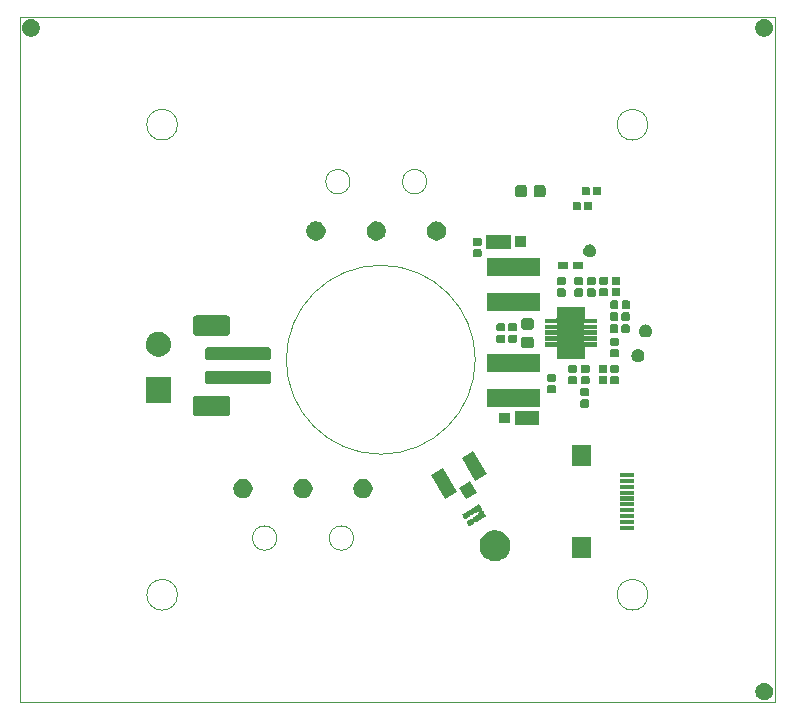
<source format=gbr>
%TF.GenerationSoftware,KiCad,Pcbnew,5.0.2-bee76a0~70~ubuntu18.04.1*%
%TF.CreationDate,2020-02-29T17:25:57-08:00*%
%TF.ProjectId,ypanel,7970616e-656c-42e6-9b69-6361645f7063,rev?*%
%TF.SameCoordinates,Original*%
%TF.FileFunction,Soldermask,Bot*%
%TF.FilePolarity,Negative*%
%FSLAX46Y46*%
G04 Gerber Fmt 4.6, Leading zero omitted, Abs format (unit mm)*
G04 Created by KiCad (PCBNEW 5.0.2-bee76a0~70~ubuntu18.04.1) date Sat 29 Feb 2020 05:25:57 PM PST*
%MOMM*%
%LPD*%
G01*
G04 APERTURE LIST*
%ADD10C,0.100000*%
%ADD11C,0.050000*%
G04 APERTURE END LIST*
D10*
X151587000Y-99000001D02*
G75*
G03X151587000Y-99000001I-8000000J0D01*
G01*
X134779564Y-114100000D02*
G75*
G03X134779564Y-114100000I-1029564J0D01*
G01*
X141279564Y-114100000D02*
G75*
G03X141279564Y-114100000I-1029564J0D01*
G01*
X126375000Y-118900000D02*
G75*
G03X126375000Y-118900000I-1300000J0D01*
G01*
X140979564Y-83920436D02*
G75*
G03X140979564Y-83920436I-1029564J0D01*
G01*
X147479564Y-83920436D02*
G75*
G03X147479564Y-83920436I-1029564J0D01*
G01*
X176975000Y-70000000D02*
X176975000Y-128000000D01*
X166200000Y-118900000D02*
G75*
G03X166200000Y-118900000I-1300000J0D01*
G01*
D11*
X126372800Y-79100000D02*
G75*
G03X126372800Y-79100000I-1300000J0D01*
G01*
D10*
X166195000Y-79102480D02*
G75*
G03X166195000Y-79102480I-1300000J0D01*
G01*
X176975000Y-70000000D02*
X113000000Y-70000000D01*
X113000000Y-128000000D02*
X176975000Y-128000000D01*
X113000000Y-70000000D02*
X113000000Y-128000000D01*
G36*
X176268767Y-126378822D02*
X176405258Y-126435359D01*
X176528097Y-126517437D01*
X176632563Y-126621903D01*
X176714641Y-126744742D01*
X176771178Y-126881233D01*
X176800000Y-127026131D01*
X176800000Y-127173869D01*
X176771178Y-127318767D01*
X176714641Y-127455258D01*
X176632563Y-127578097D01*
X176528097Y-127682563D01*
X176405258Y-127764641D01*
X176268767Y-127821178D01*
X176123869Y-127850000D01*
X175976131Y-127850000D01*
X175831233Y-127821178D01*
X175694742Y-127764641D01*
X175571903Y-127682563D01*
X175467437Y-127578097D01*
X175385359Y-127455258D01*
X175328822Y-127318767D01*
X175300000Y-127173869D01*
X175300000Y-127026131D01*
X175328822Y-126881233D01*
X175385359Y-126744742D01*
X175467437Y-126621903D01*
X175571903Y-126517437D01*
X175694742Y-126435359D01*
X175831233Y-126378822D01*
X175976131Y-126350000D01*
X176123869Y-126350000D01*
X176268767Y-126378822D01*
X176268767Y-126378822D01*
G37*
G36*
X153628905Y-113500920D02*
X153707705Y-113533560D01*
X153865307Y-113598841D01*
X154078064Y-113741001D01*
X154258999Y-113921936D01*
X154401159Y-114134693D01*
X154499080Y-114371096D01*
X154549000Y-114622060D01*
X154549000Y-114877940D01*
X154499080Y-115128904D01*
X154401159Y-115365307D01*
X154258999Y-115578064D01*
X154078064Y-115758999D01*
X153865307Y-115901159D01*
X153707705Y-115966440D01*
X153628905Y-115999080D01*
X153377940Y-116049000D01*
X153122060Y-116049000D01*
X152871095Y-115999080D01*
X152792295Y-115966440D01*
X152634693Y-115901159D01*
X152421936Y-115758999D01*
X152241001Y-115578064D01*
X152098841Y-115365307D01*
X152000920Y-115128904D01*
X151951000Y-114877940D01*
X151951000Y-114622060D01*
X152000920Y-114371096D01*
X152098841Y-114134693D01*
X152241001Y-113921936D01*
X152421936Y-113741001D01*
X152634693Y-113598841D01*
X152792295Y-113533560D01*
X152871095Y-113500920D01*
X153122060Y-113451000D01*
X153377940Y-113451000D01*
X153628905Y-113500920D01*
X153628905Y-113500920D01*
G37*
G36*
X161349000Y-115799000D02*
X159751000Y-115799000D01*
X159751000Y-114001000D01*
X161349000Y-114001000D01*
X161349000Y-115799000D01*
X161349000Y-115799000D01*
G37*
G36*
X165049000Y-113424000D02*
X163851000Y-113424000D01*
X163851000Y-113076000D01*
X165049000Y-113076000D01*
X165049000Y-113424000D01*
X165049000Y-113424000D01*
G37*
G36*
X151905385Y-111246893D02*
X151923642Y-111253764D01*
X151940204Y-111264062D01*
X151954445Y-111277402D01*
X151967233Y-111295247D01*
X152144047Y-111601497D01*
X152153108Y-111621496D01*
X152157537Y-111640491D01*
X152158176Y-111659992D01*
X152154998Y-111679241D01*
X152148128Y-111697492D01*
X152137825Y-111714062D01*
X152134422Y-111717695D01*
X152128515Y-111725394D01*
X152124223Y-111734097D01*
X152121711Y-111743470D01*
X152121077Y-111753153D01*
X152122343Y-111762773D01*
X152125462Y-111771962D01*
X152130314Y-111780366D01*
X152136712Y-111787661D01*
X152144411Y-111793568D01*
X152153114Y-111797860D01*
X152162487Y-111800372D01*
X152172170Y-111801006D01*
X152181791Y-111799740D01*
X152186639Y-111798610D01*
X152206139Y-111797971D01*
X152225385Y-111801149D01*
X152243642Y-111808020D01*
X152260204Y-111818318D01*
X152274445Y-111831658D01*
X152287233Y-111849503D01*
X152298389Y-111868825D01*
X152298390Y-111868827D01*
X152366004Y-111985938D01*
X152464047Y-112155753D01*
X152473108Y-112175752D01*
X152477537Y-112194747D01*
X152478176Y-112214248D01*
X152474998Y-112233497D01*
X152468128Y-112251748D01*
X152457827Y-112268314D01*
X152444489Y-112282554D01*
X152426644Y-112295342D01*
X152407322Y-112306498D01*
X152407320Y-112306499D01*
X152391165Y-112315826D01*
X152172356Y-112442156D01*
X152152357Y-112451217D01*
X152133362Y-112455646D01*
X152113864Y-112456285D01*
X152111451Y-112455886D01*
X152101768Y-112455251D01*
X152092148Y-112456518D01*
X152082959Y-112459636D01*
X152074555Y-112464488D01*
X152067259Y-112470886D01*
X152061352Y-112478584D01*
X152057059Y-112487287D01*
X152054547Y-112496663D01*
X152053107Y-112505385D01*
X152046236Y-112523642D01*
X152035938Y-112540204D01*
X152022598Y-112554445D01*
X152004753Y-112567233D01*
X151698503Y-112744047D01*
X151678504Y-112753108D01*
X151659509Y-112757537D01*
X151640008Y-112758176D01*
X151620759Y-112754998D01*
X151602508Y-112748128D01*
X151585938Y-112737825D01*
X151582305Y-112734422D01*
X151574606Y-112728515D01*
X151565903Y-112724223D01*
X151556530Y-112721711D01*
X151546847Y-112721077D01*
X151537227Y-112722343D01*
X151528038Y-112725462D01*
X151519634Y-112730314D01*
X151512339Y-112736712D01*
X151506432Y-112744411D01*
X151502140Y-112753114D01*
X151499628Y-112762487D01*
X151498994Y-112772170D01*
X151500260Y-112781791D01*
X151501390Y-112786639D01*
X151502029Y-112806139D01*
X151498851Y-112825385D01*
X151491980Y-112843642D01*
X151481682Y-112860204D01*
X151468342Y-112874445D01*
X151450497Y-112887233D01*
X151144247Y-113064047D01*
X151124248Y-113073108D01*
X151105253Y-113077537D01*
X151085752Y-113078176D01*
X151066503Y-113074998D01*
X151048252Y-113068128D01*
X151031686Y-113057827D01*
X151017446Y-113044489D01*
X151004658Y-113026644D01*
X150857844Y-112772356D01*
X150848783Y-112752357D01*
X150844354Y-112733362D01*
X150843715Y-112713861D01*
X150846893Y-112694615D01*
X150853764Y-112676358D01*
X150864062Y-112659796D01*
X150877402Y-112645555D01*
X150895247Y-112632767D01*
X151201497Y-112455953D01*
X151221496Y-112446892D01*
X151240491Y-112442463D01*
X151259992Y-112441824D01*
X151279241Y-112445002D01*
X151297492Y-112451872D01*
X151314062Y-112462175D01*
X151317695Y-112465578D01*
X151325394Y-112471485D01*
X151334097Y-112475777D01*
X151343470Y-112478289D01*
X151353153Y-112478923D01*
X151362773Y-112477657D01*
X151371962Y-112474538D01*
X151380366Y-112469686D01*
X151387661Y-112463288D01*
X151393568Y-112455589D01*
X151397860Y-112446886D01*
X151400372Y-112437513D01*
X151401006Y-112427830D01*
X151399740Y-112418209D01*
X151398610Y-112413361D01*
X151397971Y-112393861D01*
X151401149Y-112374615D01*
X151408020Y-112356358D01*
X151418318Y-112339796D01*
X151431658Y-112325555D01*
X151449503Y-112312767D01*
X151474405Y-112298390D01*
X151605342Y-112222793D01*
X151755753Y-112135953D01*
X151775752Y-112126892D01*
X151794747Y-112122463D01*
X151796384Y-112122409D01*
X151806005Y-112121142D01*
X151815194Y-112118023D01*
X151823597Y-112113171D01*
X151830893Y-112106773D01*
X151836800Y-112099075D01*
X151841092Y-112090372D01*
X151843604Y-112080999D01*
X151844239Y-112071316D01*
X151842972Y-112061696D01*
X151842463Y-112059511D01*
X151841824Y-112040008D01*
X151845002Y-112020759D01*
X151851872Y-112002508D01*
X151862175Y-111985938D01*
X151865578Y-111982305D01*
X151871485Y-111974606D01*
X151875777Y-111965903D01*
X151878289Y-111956530D01*
X151878923Y-111946847D01*
X151877657Y-111937227D01*
X151874538Y-111928038D01*
X151869686Y-111919634D01*
X151863288Y-111912339D01*
X151855589Y-111906432D01*
X151846886Y-111902140D01*
X151837513Y-111899628D01*
X151827830Y-111898994D01*
X151818209Y-111900260D01*
X151813361Y-111901390D01*
X151793861Y-111902029D01*
X151774615Y-111898851D01*
X151760462Y-111893524D01*
X151751089Y-111891012D01*
X151741406Y-111890377D01*
X151731786Y-111891644D01*
X151722597Y-111894763D01*
X151714193Y-111899615D01*
X151706897Y-111906012D01*
X151700990Y-111913711D01*
X151696698Y-111922413D01*
X151696235Y-111923643D01*
X151685938Y-111940204D01*
X151672598Y-111954445D01*
X151654753Y-111967233D01*
X151635431Y-111978389D01*
X151635429Y-111978390D01*
X151593655Y-112002508D01*
X151348503Y-112144047D01*
X151328504Y-112153108D01*
X151309509Y-112157537D01*
X151290008Y-112158176D01*
X151270759Y-112154998D01*
X151252508Y-112148128D01*
X151235938Y-112137825D01*
X151232305Y-112134422D01*
X151224606Y-112128515D01*
X151215903Y-112124223D01*
X151206530Y-112121711D01*
X151196847Y-112121077D01*
X151187227Y-112122343D01*
X151178038Y-112125462D01*
X151169634Y-112130314D01*
X151162339Y-112136712D01*
X151156432Y-112144411D01*
X151152140Y-112153114D01*
X151149628Y-112162487D01*
X151148994Y-112172170D01*
X151150260Y-112181791D01*
X151151390Y-112186639D01*
X151152029Y-112206139D01*
X151148851Y-112225385D01*
X151141980Y-112243642D01*
X151131682Y-112260204D01*
X151118342Y-112274445D01*
X151100497Y-112287233D01*
X151081175Y-112298389D01*
X151081173Y-112298390D01*
X150984221Y-112354365D01*
X150794247Y-112464047D01*
X150774248Y-112473108D01*
X150755253Y-112477537D01*
X150735752Y-112478176D01*
X150716503Y-112474998D01*
X150698252Y-112468128D01*
X150681686Y-112457827D01*
X150667446Y-112444489D01*
X150654658Y-112426644D01*
X150635731Y-112393861D01*
X150574169Y-112287233D01*
X150507844Y-112172356D01*
X150498783Y-112152357D01*
X150494354Y-112133362D01*
X150493715Y-112113861D01*
X150496893Y-112094615D01*
X150503764Y-112076358D01*
X150514062Y-112059796D01*
X150527402Y-112045555D01*
X150545247Y-112032767D01*
X150632650Y-111982305D01*
X150710727Y-111937227D01*
X150851497Y-111855953D01*
X150871496Y-111846892D01*
X150890491Y-111842463D01*
X150909992Y-111841824D01*
X150929241Y-111845002D01*
X150947492Y-111851872D01*
X150964062Y-111862175D01*
X150967695Y-111865578D01*
X150975394Y-111871485D01*
X150984097Y-111875777D01*
X150993470Y-111878289D01*
X151003153Y-111878923D01*
X151012773Y-111877657D01*
X151021962Y-111874538D01*
X151030366Y-111869686D01*
X151037661Y-111863288D01*
X151043568Y-111855589D01*
X151047860Y-111846886D01*
X151050372Y-111837513D01*
X151051006Y-111827830D01*
X151049740Y-111818209D01*
X151048610Y-111813361D01*
X151047971Y-111793861D01*
X151051149Y-111774615D01*
X151058020Y-111756358D01*
X151068318Y-111739796D01*
X151081658Y-111725555D01*
X151099503Y-111712767D01*
X151122503Y-111699488D01*
X151336390Y-111576000D01*
X151405753Y-111535953D01*
X151425752Y-111526892D01*
X151444747Y-111522463D01*
X151464249Y-111521824D01*
X151465657Y-111522057D01*
X151475339Y-111522693D01*
X151484960Y-111521427D01*
X151494149Y-111518308D01*
X151502553Y-111513457D01*
X151509849Y-111507059D01*
X151515757Y-111499361D01*
X151520049Y-111490658D01*
X151522562Y-111481283D01*
X151525002Y-111466503D01*
X151531872Y-111448252D01*
X151542173Y-111431686D01*
X151555511Y-111417446D01*
X151573356Y-111404658D01*
X151827644Y-111257844D01*
X151847643Y-111248783D01*
X151866638Y-111244354D01*
X151886139Y-111243715D01*
X151905385Y-111246893D01*
X151905385Y-111246893D01*
G37*
G36*
X165049000Y-112924000D02*
X163851000Y-112924000D01*
X163851000Y-112576000D01*
X165049000Y-112576000D01*
X165049000Y-112924000D01*
X165049000Y-112924000D01*
G37*
G36*
X165049000Y-112424000D02*
X163851000Y-112424000D01*
X163851000Y-112076000D01*
X165049000Y-112076000D01*
X165049000Y-112424000D01*
X165049000Y-112424000D01*
G37*
G36*
X165049000Y-111924000D02*
X163851000Y-111924000D01*
X163851000Y-111576000D01*
X165049000Y-111576000D01*
X165049000Y-111924000D01*
X165049000Y-111924000D01*
G37*
G36*
X165049000Y-111424000D02*
X163851000Y-111424000D01*
X163851000Y-111076000D01*
X165049000Y-111076000D01*
X165049000Y-111424000D01*
X165049000Y-111424000D01*
G37*
G36*
X165049000Y-110924000D02*
X163851000Y-110924000D01*
X163851000Y-110576000D01*
X165049000Y-110576000D01*
X165049000Y-110924000D01*
X165049000Y-110924000D01*
G37*
G36*
X151747561Y-110280788D02*
X150796665Y-110829788D01*
X150222665Y-109835590D01*
X151173561Y-109286590D01*
X151747561Y-110280788D01*
X151747561Y-110280788D01*
G37*
G36*
X150016825Y-110183063D02*
X149022627Y-110757063D01*
X147873627Y-108766937D01*
X148867825Y-108192937D01*
X150016825Y-110183063D01*
X150016825Y-110183063D01*
G37*
G36*
X132156561Y-109120166D02*
X132304151Y-109181300D01*
X132304153Y-109181301D01*
X132436982Y-109270055D01*
X132549945Y-109383018D01*
X132638699Y-109515847D01*
X132699834Y-109663440D01*
X132731000Y-109820123D01*
X132731000Y-109979877D01*
X132699834Y-110136560D01*
X132638699Y-110284153D01*
X132549945Y-110416982D01*
X132436982Y-110529945D01*
X132304153Y-110618699D01*
X132304152Y-110618700D01*
X132304151Y-110618700D01*
X132156561Y-110679834D01*
X131999877Y-110711000D01*
X131840123Y-110711000D01*
X131683439Y-110679834D01*
X131535849Y-110618700D01*
X131535848Y-110618700D01*
X131535847Y-110618699D01*
X131403018Y-110529945D01*
X131290055Y-110416982D01*
X131201301Y-110284153D01*
X131140166Y-110136560D01*
X131109000Y-109979877D01*
X131109000Y-109820123D01*
X131140166Y-109663440D01*
X131201301Y-109515847D01*
X131290055Y-109383018D01*
X131403018Y-109270055D01*
X131535847Y-109181301D01*
X131535849Y-109181300D01*
X131683439Y-109120166D01*
X131840123Y-109089000D01*
X131999877Y-109089000D01*
X132156561Y-109120166D01*
X132156561Y-109120166D01*
G37*
G36*
X137236561Y-109120166D02*
X137384151Y-109181300D01*
X137384153Y-109181301D01*
X137516982Y-109270055D01*
X137629945Y-109383018D01*
X137718699Y-109515847D01*
X137779834Y-109663440D01*
X137811000Y-109820123D01*
X137811000Y-109979877D01*
X137779834Y-110136560D01*
X137718699Y-110284153D01*
X137629945Y-110416982D01*
X137516982Y-110529945D01*
X137384153Y-110618699D01*
X137384152Y-110618700D01*
X137384151Y-110618700D01*
X137236561Y-110679834D01*
X137079877Y-110711000D01*
X136920123Y-110711000D01*
X136763439Y-110679834D01*
X136615849Y-110618700D01*
X136615848Y-110618700D01*
X136615847Y-110618699D01*
X136483018Y-110529945D01*
X136370055Y-110416982D01*
X136281301Y-110284153D01*
X136220166Y-110136560D01*
X136189000Y-109979877D01*
X136189000Y-109820123D01*
X136220166Y-109663440D01*
X136281301Y-109515847D01*
X136370055Y-109383018D01*
X136483018Y-109270055D01*
X136615847Y-109181301D01*
X136615849Y-109181300D01*
X136763439Y-109120166D01*
X136920123Y-109089000D01*
X137079877Y-109089000D01*
X137236561Y-109120166D01*
X137236561Y-109120166D01*
G37*
G36*
X142316561Y-109120166D02*
X142464151Y-109181300D01*
X142464153Y-109181301D01*
X142596982Y-109270055D01*
X142709945Y-109383018D01*
X142798699Y-109515847D01*
X142859834Y-109663440D01*
X142891000Y-109820123D01*
X142891000Y-109979877D01*
X142859834Y-110136560D01*
X142798699Y-110284153D01*
X142709945Y-110416982D01*
X142596982Y-110529945D01*
X142464153Y-110618699D01*
X142464152Y-110618700D01*
X142464151Y-110618700D01*
X142316561Y-110679834D01*
X142159877Y-110711000D01*
X142000123Y-110711000D01*
X141843439Y-110679834D01*
X141695849Y-110618700D01*
X141695848Y-110618700D01*
X141695847Y-110618699D01*
X141563018Y-110529945D01*
X141450055Y-110416982D01*
X141361301Y-110284153D01*
X141300166Y-110136560D01*
X141269000Y-109979877D01*
X141269000Y-109820123D01*
X141300166Y-109663440D01*
X141361301Y-109515847D01*
X141450055Y-109383018D01*
X141563018Y-109270055D01*
X141695847Y-109181301D01*
X141695849Y-109181300D01*
X141843439Y-109120166D01*
X142000123Y-109089000D01*
X142159877Y-109089000D01*
X142316561Y-109120166D01*
X142316561Y-109120166D01*
G37*
G36*
X165049000Y-110424000D02*
X163851000Y-110424000D01*
X163851000Y-110076000D01*
X165049000Y-110076000D01*
X165049000Y-110424000D01*
X165049000Y-110424000D01*
G37*
G36*
X165049000Y-109924000D02*
X163851000Y-109924000D01*
X163851000Y-109576000D01*
X165049000Y-109576000D01*
X165049000Y-109924000D01*
X165049000Y-109924000D01*
G37*
G36*
X165049000Y-109424000D02*
X163851000Y-109424000D01*
X163851000Y-109076000D01*
X165049000Y-109076000D01*
X165049000Y-109424000D01*
X165049000Y-109424000D01*
G37*
G36*
X152571599Y-108708063D02*
X151577401Y-109282063D01*
X150428401Y-107291937D01*
X151422599Y-106717937D01*
X152571599Y-108708063D01*
X152571599Y-108708063D01*
G37*
G36*
X165049000Y-108924000D02*
X163851000Y-108924000D01*
X163851000Y-108576000D01*
X165049000Y-108576000D01*
X165049000Y-108924000D01*
X165049000Y-108924000D01*
G37*
G36*
X161349000Y-107999000D02*
X159751000Y-107999000D01*
X159751000Y-106201000D01*
X161349000Y-106201000D01*
X161349000Y-107999000D01*
X161349000Y-107999000D01*
G37*
G36*
X157015500Y-104535500D02*
X154917500Y-104535500D01*
X154917500Y-103337500D01*
X157015500Y-103337500D01*
X157015500Y-104535500D01*
X157015500Y-104535500D01*
G37*
G36*
X154515500Y-104385500D02*
X153617500Y-104385500D01*
X153617500Y-103487500D01*
X154515500Y-103487500D01*
X154515500Y-104385500D01*
X154515500Y-104385500D01*
G37*
G36*
X130612793Y-102055679D02*
X130656137Y-102068828D01*
X130696077Y-102090176D01*
X130731090Y-102118910D01*
X130759824Y-102153923D01*
X130781172Y-102193863D01*
X130794321Y-102237207D01*
X130799000Y-102284716D01*
X130799000Y-103515284D01*
X130794321Y-103562793D01*
X130781172Y-103606137D01*
X130759824Y-103646077D01*
X130731090Y-103681090D01*
X130696077Y-103709824D01*
X130656137Y-103731172D01*
X130612793Y-103744321D01*
X130565284Y-103749000D01*
X127934716Y-103749000D01*
X127887207Y-103744321D01*
X127843863Y-103731172D01*
X127803923Y-103709824D01*
X127768910Y-103681090D01*
X127740176Y-103646077D01*
X127718828Y-103606137D01*
X127705679Y-103562793D01*
X127701000Y-103515284D01*
X127701000Y-102284716D01*
X127705679Y-102237207D01*
X127718828Y-102193863D01*
X127740176Y-102153923D01*
X127768910Y-102118910D01*
X127803923Y-102090176D01*
X127843863Y-102068828D01*
X127887207Y-102055679D01*
X127934716Y-102051000D01*
X130565284Y-102051000D01*
X130612793Y-102055679D01*
X130612793Y-102055679D01*
G37*
G36*
X161091433Y-102366064D02*
X161119008Y-102374430D01*
X161144422Y-102388014D01*
X161166702Y-102406298D01*
X161184986Y-102428578D01*
X161198570Y-102453992D01*
X161206936Y-102481567D01*
X161210000Y-102512684D01*
X161210000Y-102901316D01*
X161206936Y-102932433D01*
X161198570Y-102960008D01*
X161184986Y-102985422D01*
X161166702Y-103007702D01*
X161144422Y-103025986D01*
X161119008Y-103039570D01*
X161091433Y-103047936D01*
X161060316Y-103051000D01*
X160621684Y-103051000D01*
X160590567Y-103047936D01*
X160562992Y-103039570D01*
X160537578Y-103025986D01*
X160515298Y-103007702D01*
X160497014Y-102985422D01*
X160483430Y-102960008D01*
X160475064Y-102932433D01*
X160472000Y-102901316D01*
X160472000Y-102512684D01*
X160475064Y-102481567D01*
X160483430Y-102453992D01*
X160497014Y-102428578D01*
X160515298Y-102406298D01*
X160537578Y-102388014D01*
X160562992Y-102374430D01*
X160590567Y-102366064D01*
X160621684Y-102363000D01*
X161060316Y-102363000D01*
X161091433Y-102366064D01*
X161091433Y-102366064D01*
G37*
G36*
X157102120Y-103010600D02*
X152580920Y-103010600D01*
X152580920Y-101448500D01*
X157102120Y-101448500D01*
X157102120Y-103010600D01*
X157102120Y-103010600D01*
G37*
G36*
X125844300Y-102626160D02*
X123685300Y-102626160D01*
X123685300Y-100467160D01*
X125844300Y-100467160D01*
X125844300Y-102626160D01*
X125844300Y-102626160D01*
G37*
G36*
X161091433Y-101396064D02*
X161119008Y-101404430D01*
X161144422Y-101418014D01*
X161166702Y-101436298D01*
X161184986Y-101458578D01*
X161198570Y-101483992D01*
X161206936Y-101511567D01*
X161210000Y-101542684D01*
X161210000Y-101931316D01*
X161206936Y-101962433D01*
X161198570Y-101990008D01*
X161184986Y-102015422D01*
X161166702Y-102037702D01*
X161144422Y-102055986D01*
X161119008Y-102069570D01*
X161091433Y-102077936D01*
X161060316Y-102081000D01*
X160621684Y-102081000D01*
X160590567Y-102077936D01*
X160562992Y-102069570D01*
X160537578Y-102055986D01*
X160515298Y-102037702D01*
X160497014Y-102015422D01*
X160483430Y-101990008D01*
X160475064Y-101962433D01*
X160472000Y-101931316D01*
X160472000Y-101542684D01*
X160475064Y-101511567D01*
X160483430Y-101483992D01*
X160497014Y-101458578D01*
X160515298Y-101436298D01*
X160537578Y-101418014D01*
X160562992Y-101404430D01*
X160590567Y-101396064D01*
X160621684Y-101393000D01*
X161060316Y-101393000D01*
X161091433Y-101396064D01*
X161091433Y-101396064D01*
G37*
G36*
X158297433Y-101159564D02*
X158325008Y-101167930D01*
X158350422Y-101181514D01*
X158372702Y-101199798D01*
X158390986Y-101222078D01*
X158404570Y-101247492D01*
X158412936Y-101275067D01*
X158416000Y-101306184D01*
X158416000Y-101694816D01*
X158412936Y-101725933D01*
X158404570Y-101753508D01*
X158390986Y-101778922D01*
X158372702Y-101801202D01*
X158350422Y-101819486D01*
X158325008Y-101833070D01*
X158297433Y-101841436D01*
X158266316Y-101844500D01*
X157827684Y-101844500D01*
X157796567Y-101841436D01*
X157768992Y-101833070D01*
X157743578Y-101819486D01*
X157721298Y-101801202D01*
X157703014Y-101778922D01*
X157689430Y-101753508D01*
X157681064Y-101725933D01*
X157678000Y-101694816D01*
X157678000Y-101306184D01*
X157681064Y-101275067D01*
X157689430Y-101247492D01*
X157703014Y-101222078D01*
X157721298Y-101199798D01*
X157743578Y-101181514D01*
X157768992Y-101167930D01*
X157796567Y-101159564D01*
X157827684Y-101156500D01*
X158266316Y-101156500D01*
X158297433Y-101159564D01*
X158297433Y-101159564D01*
G37*
G36*
X160075433Y-100397564D02*
X160103008Y-100405930D01*
X160128422Y-100419514D01*
X160150702Y-100437798D01*
X160168986Y-100460078D01*
X160182570Y-100485492D01*
X160190936Y-100513067D01*
X160194000Y-100544184D01*
X160194000Y-100932816D01*
X160190936Y-100963933D01*
X160182570Y-100991508D01*
X160168986Y-101016922D01*
X160150702Y-101039202D01*
X160128422Y-101057486D01*
X160103008Y-101071070D01*
X160075433Y-101079436D01*
X160044316Y-101082500D01*
X159605684Y-101082500D01*
X159574567Y-101079436D01*
X159546992Y-101071070D01*
X159521578Y-101057486D01*
X159499298Y-101039202D01*
X159481014Y-101016922D01*
X159467430Y-100991508D01*
X159459064Y-100963933D01*
X159456000Y-100932816D01*
X159456000Y-100544184D01*
X159459064Y-100513067D01*
X159467430Y-100485492D01*
X159481014Y-100460078D01*
X159499298Y-100437798D01*
X159521578Y-100419514D01*
X159546992Y-100405930D01*
X159574567Y-100397564D01*
X159605684Y-100394500D01*
X160044316Y-100394500D01*
X160075433Y-100397564D01*
X160075433Y-100397564D01*
G37*
G36*
X163631433Y-100397564D02*
X163659008Y-100405930D01*
X163684422Y-100419514D01*
X163706702Y-100437798D01*
X163724986Y-100460078D01*
X163738570Y-100485492D01*
X163746936Y-100513067D01*
X163750000Y-100544184D01*
X163750000Y-100932816D01*
X163746936Y-100963933D01*
X163738570Y-100991508D01*
X163724986Y-101016922D01*
X163706702Y-101039202D01*
X163684422Y-101057486D01*
X163659008Y-101071070D01*
X163631433Y-101079436D01*
X163600316Y-101082500D01*
X163161684Y-101082500D01*
X163130567Y-101079436D01*
X163102992Y-101071070D01*
X163077578Y-101057486D01*
X163055298Y-101039202D01*
X163037014Y-101016922D01*
X163023430Y-100991508D01*
X163015064Y-100963933D01*
X163012000Y-100932816D01*
X163012000Y-100544184D01*
X163015064Y-100513067D01*
X163023430Y-100485492D01*
X163037014Y-100460078D01*
X163055298Y-100437798D01*
X163077578Y-100419514D01*
X163102992Y-100405930D01*
X163130567Y-100397564D01*
X163161684Y-100394500D01*
X163600316Y-100394500D01*
X163631433Y-100397564D01*
X163631433Y-100397564D01*
G37*
G36*
X162650433Y-100394064D02*
X162678008Y-100402430D01*
X162703422Y-100416014D01*
X162725702Y-100434298D01*
X162743986Y-100456578D01*
X162757570Y-100481992D01*
X162765936Y-100509567D01*
X162769000Y-100540684D01*
X162769000Y-100929316D01*
X162765936Y-100960433D01*
X162757570Y-100988008D01*
X162743986Y-101013422D01*
X162725702Y-101035702D01*
X162703422Y-101053986D01*
X162678008Y-101067570D01*
X162650433Y-101075936D01*
X162619316Y-101079000D01*
X162180684Y-101079000D01*
X162149567Y-101075936D01*
X162121992Y-101067570D01*
X162096578Y-101053986D01*
X162074298Y-101035702D01*
X162056014Y-101013422D01*
X162042430Y-100988008D01*
X162034064Y-100960433D01*
X162031000Y-100929316D01*
X162031000Y-100540684D01*
X162034064Y-100509567D01*
X162042430Y-100481992D01*
X162056014Y-100456578D01*
X162074298Y-100434298D01*
X162096578Y-100416014D01*
X162121992Y-100402430D01*
X162149567Y-100394064D01*
X162180684Y-100391000D01*
X162619316Y-100391000D01*
X162650433Y-100394064D01*
X162650433Y-100394064D01*
G37*
G36*
X161150433Y-100394064D02*
X161178008Y-100402430D01*
X161203422Y-100416014D01*
X161225702Y-100434298D01*
X161243986Y-100456578D01*
X161257570Y-100481992D01*
X161265936Y-100509567D01*
X161269000Y-100540684D01*
X161269000Y-100929316D01*
X161265936Y-100960433D01*
X161257570Y-100988008D01*
X161243986Y-101013422D01*
X161225702Y-101035702D01*
X161203422Y-101053986D01*
X161178008Y-101067570D01*
X161150433Y-101075936D01*
X161119316Y-101079000D01*
X160680684Y-101079000D01*
X160649567Y-101075936D01*
X160621992Y-101067570D01*
X160596578Y-101053986D01*
X160574298Y-101035702D01*
X160556014Y-101013422D01*
X160542430Y-100988008D01*
X160534064Y-100960433D01*
X160531000Y-100929316D01*
X160531000Y-100540684D01*
X160534064Y-100509567D01*
X160542430Y-100481992D01*
X160556014Y-100456578D01*
X160574298Y-100434298D01*
X160596578Y-100416014D01*
X160621992Y-100402430D01*
X160649567Y-100394064D01*
X160680684Y-100391000D01*
X161119316Y-100391000D01*
X161150433Y-100394064D01*
X161150433Y-100394064D01*
G37*
G36*
X134097927Y-99956034D02*
X134144736Y-99970233D01*
X134187871Y-99993290D01*
X134225681Y-100024319D01*
X134256710Y-100062129D01*
X134279767Y-100105264D01*
X134293966Y-100152073D01*
X134299000Y-100203186D01*
X134299000Y-100796814D01*
X134293966Y-100847927D01*
X134279767Y-100894736D01*
X134256710Y-100937871D01*
X134225681Y-100975681D01*
X134187871Y-101006710D01*
X134144736Y-101029767D01*
X134097927Y-101043966D01*
X134046814Y-101049000D01*
X128953186Y-101049000D01*
X128902073Y-101043966D01*
X128855264Y-101029767D01*
X128812129Y-101006710D01*
X128774319Y-100975681D01*
X128743290Y-100937871D01*
X128720233Y-100894736D01*
X128706034Y-100847927D01*
X128701000Y-100796814D01*
X128701000Y-100203186D01*
X128706034Y-100152073D01*
X128720233Y-100105264D01*
X128743290Y-100062129D01*
X128774319Y-100024319D01*
X128812129Y-99993290D01*
X128855264Y-99970233D01*
X128902073Y-99956034D01*
X128953186Y-99951000D01*
X134046814Y-99951000D01*
X134097927Y-99956034D01*
X134097927Y-99956034D01*
G37*
G36*
X158297433Y-100189564D02*
X158325008Y-100197930D01*
X158350422Y-100211514D01*
X158372702Y-100229798D01*
X158390986Y-100252078D01*
X158404570Y-100277492D01*
X158412936Y-100305067D01*
X158416000Y-100336184D01*
X158416000Y-100724816D01*
X158412936Y-100755933D01*
X158404570Y-100783508D01*
X158390986Y-100808922D01*
X158372702Y-100831202D01*
X158350422Y-100849486D01*
X158325008Y-100863070D01*
X158297433Y-100871436D01*
X158266316Y-100874500D01*
X157827684Y-100874500D01*
X157796567Y-100871436D01*
X157768992Y-100863070D01*
X157743578Y-100849486D01*
X157721298Y-100831202D01*
X157703014Y-100808922D01*
X157689430Y-100783508D01*
X157681064Y-100755933D01*
X157678000Y-100724816D01*
X157678000Y-100336184D01*
X157681064Y-100305067D01*
X157689430Y-100277492D01*
X157703014Y-100252078D01*
X157721298Y-100229798D01*
X157743578Y-100211514D01*
X157768992Y-100197930D01*
X157796567Y-100189564D01*
X157827684Y-100186500D01*
X158266316Y-100186500D01*
X158297433Y-100189564D01*
X158297433Y-100189564D01*
G37*
G36*
X163631433Y-99427564D02*
X163659008Y-99435930D01*
X163684422Y-99449514D01*
X163706702Y-99467798D01*
X163724986Y-99490078D01*
X163738570Y-99515492D01*
X163746936Y-99543067D01*
X163750000Y-99574184D01*
X163750000Y-99962816D01*
X163746936Y-99993933D01*
X163738570Y-100021508D01*
X163724986Y-100046922D01*
X163706702Y-100069202D01*
X163684422Y-100087486D01*
X163659008Y-100101070D01*
X163631433Y-100109436D01*
X163600316Y-100112500D01*
X163161684Y-100112500D01*
X163130567Y-100109436D01*
X163102992Y-100101070D01*
X163077578Y-100087486D01*
X163055298Y-100069202D01*
X163037014Y-100046922D01*
X163023430Y-100021508D01*
X163015064Y-99993933D01*
X163012000Y-99962816D01*
X163012000Y-99574184D01*
X163015064Y-99543067D01*
X163023430Y-99515492D01*
X163037014Y-99490078D01*
X163055298Y-99467798D01*
X163077578Y-99449514D01*
X163102992Y-99435930D01*
X163130567Y-99427564D01*
X163161684Y-99424500D01*
X163600316Y-99424500D01*
X163631433Y-99427564D01*
X163631433Y-99427564D01*
G37*
G36*
X160075433Y-99427564D02*
X160103008Y-99435930D01*
X160128422Y-99449514D01*
X160150702Y-99467798D01*
X160168986Y-99490078D01*
X160182570Y-99515492D01*
X160190936Y-99543067D01*
X160194000Y-99574184D01*
X160194000Y-99962816D01*
X160190936Y-99993933D01*
X160182570Y-100021508D01*
X160168986Y-100046922D01*
X160150702Y-100069202D01*
X160128422Y-100087486D01*
X160103008Y-100101070D01*
X160075433Y-100109436D01*
X160044316Y-100112500D01*
X159605684Y-100112500D01*
X159574567Y-100109436D01*
X159546992Y-100101070D01*
X159521578Y-100087486D01*
X159499298Y-100069202D01*
X159481014Y-100046922D01*
X159467430Y-100021508D01*
X159459064Y-99993933D01*
X159456000Y-99962816D01*
X159456000Y-99574184D01*
X159459064Y-99543067D01*
X159467430Y-99515492D01*
X159481014Y-99490078D01*
X159499298Y-99467798D01*
X159521578Y-99449514D01*
X159546992Y-99435930D01*
X159574567Y-99427564D01*
X159605684Y-99424500D01*
X160044316Y-99424500D01*
X160075433Y-99427564D01*
X160075433Y-99427564D01*
G37*
G36*
X162650433Y-99424064D02*
X162678008Y-99432430D01*
X162703422Y-99446014D01*
X162725702Y-99464298D01*
X162743986Y-99486578D01*
X162757570Y-99511992D01*
X162765936Y-99539567D01*
X162769000Y-99570684D01*
X162769000Y-99959316D01*
X162765936Y-99990433D01*
X162757570Y-100018008D01*
X162743986Y-100043422D01*
X162725702Y-100065702D01*
X162703422Y-100083986D01*
X162678008Y-100097570D01*
X162650433Y-100105936D01*
X162619316Y-100109000D01*
X162180684Y-100109000D01*
X162149567Y-100105936D01*
X162121992Y-100097570D01*
X162096578Y-100083986D01*
X162074298Y-100065702D01*
X162056014Y-100043422D01*
X162042430Y-100018008D01*
X162034064Y-99990433D01*
X162031000Y-99959316D01*
X162031000Y-99570684D01*
X162034064Y-99539567D01*
X162042430Y-99511992D01*
X162056014Y-99486578D01*
X162074298Y-99464298D01*
X162096578Y-99446014D01*
X162121992Y-99432430D01*
X162149567Y-99424064D01*
X162180684Y-99421000D01*
X162619316Y-99421000D01*
X162650433Y-99424064D01*
X162650433Y-99424064D01*
G37*
G36*
X161150433Y-99424064D02*
X161178008Y-99432430D01*
X161203422Y-99446014D01*
X161225702Y-99464298D01*
X161243986Y-99486578D01*
X161257570Y-99511992D01*
X161265936Y-99539567D01*
X161269000Y-99570684D01*
X161269000Y-99959316D01*
X161265936Y-99990433D01*
X161257570Y-100018008D01*
X161243986Y-100043422D01*
X161225702Y-100065702D01*
X161203422Y-100083986D01*
X161178008Y-100097570D01*
X161150433Y-100105936D01*
X161119316Y-100109000D01*
X160680684Y-100109000D01*
X160649567Y-100105936D01*
X160621992Y-100097570D01*
X160596578Y-100083986D01*
X160574298Y-100065702D01*
X160556014Y-100043422D01*
X160542430Y-100018008D01*
X160534064Y-99990433D01*
X160531000Y-99959316D01*
X160531000Y-99570684D01*
X160534064Y-99539567D01*
X160542430Y-99511992D01*
X160556014Y-99486578D01*
X160574298Y-99464298D01*
X160596578Y-99446014D01*
X160621992Y-99432430D01*
X160649567Y-99424064D01*
X160680684Y-99421000D01*
X161119316Y-99421000D01*
X161150433Y-99424064D01*
X161150433Y-99424064D01*
G37*
G36*
X157102120Y-100051500D02*
X152580920Y-100051500D01*
X152580920Y-98489400D01*
X157102120Y-98489400D01*
X157102120Y-100051500D01*
X157102120Y-100051500D01*
G37*
G36*
X165425508Y-98105264D02*
X165510138Y-98122098D01*
X165582503Y-98152073D01*
X165610049Y-98163483D01*
X165669469Y-98203186D01*
X165699968Y-98223565D01*
X165776435Y-98300032D01*
X165836518Y-98389953D01*
X165877902Y-98489862D01*
X165899000Y-98595929D01*
X165899000Y-98704071D01*
X165877902Y-98810138D01*
X165842860Y-98894736D01*
X165836517Y-98910049D01*
X165776436Y-98999967D01*
X165699967Y-99076436D01*
X165610049Y-99136517D01*
X165610048Y-99136518D01*
X165610047Y-99136518D01*
X165510138Y-99177902D01*
X165457104Y-99188451D01*
X165404072Y-99199000D01*
X165295928Y-99199000D01*
X165189862Y-99177902D01*
X165089953Y-99136518D01*
X165089952Y-99136518D01*
X165089951Y-99136517D01*
X165000033Y-99076436D01*
X164923564Y-98999967D01*
X164863483Y-98910049D01*
X164857140Y-98894736D01*
X164822098Y-98810138D01*
X164801000Y-98704071D01*
X164801000Y-98595929D01*
X164822098Y-98489862D01*
X164863482Y-98389953D01*
X164923565Y-98300032D01*
X165000032Y-98223565D01*
X165030531Y-98203186D01*
X165089951Y-98163483D01*
X165117497Y-98152073D01*
X165189862Y-98122098D01*
X165274492Y-98105264D01*
X165295928Y-98101000D01*
X165404072Y-98101000D01*
X165425508Y-98105264D01*
X165425508Y-98105264D01*
G37*
G36*
X134097927Y-97956034D02*
X134144736Y-97970233D01*
X134187871Y-97993290D01*
X134225681Y-98024319D01*
X134256710Y-98062129D01*
X134279767Y-98105264D01*
X134293966Y-98152073D01*
X134299000Y-98203186D01*
X134299000Y-98796814D01*
X134293966Y-98847927D01*
X134279767Y-98894736D01*
X134256710Y-98937871D01*
X134225681Y-98975681D01*
X134187871Y-99006710D01*
X134144736Y-99029767D01*
X134097927Y-99043966D01*
X134046814Y-99049000D01*
X128953186Y-99049000D01*
X128902073Y-99043966D01*
X128855264Y-99029767D01*
X128812129Y-99006710D01*
X128774319Y-98975681D01*
X128743290Y-98937871D01*
X128720233Y-98894736D01*
X128706034Y-98847927D01*
X128701000Y-98796814D01*
X128701000Y-98203186D01*
X128706034Y-98152073D01*
X128720233Y-98105264D01*
X128743290Y-98062129D01*
X128774319Y-98024319D01*
X128812129Y-97993290D01*
X128855264Y-97970233D01*
X128902073Y-97956034D01*
X128953186Y-97951000D01*
X134046814Y-97951000D01*
X134097927Y-97956034D01*
X134097927Y-97956034D01*
G37*
G36*
X158869844Y-95547160D02*
X158870795Y-95556817D01*
X158873612Y-95566103D01*
X158878186Y-95574661D01*
X158884342Y-95582162D01*
X158891843Y-95588318D01*
X158900401Y-95592892D01*
X158909687Y-95595709D01*
X158919344Y-95596660D01*
X158922344Y-95596660D01*
X158932001Y-95595709D01*
X158941287Y-95592892D01*
X158949845Y-95588318D01*
X158957346Y-95582162D01*
X158963502Y-95574661D01*
X158968076Y-95566103D01*
X158970893Y-95556817D01*
X158971844Y-95547160D01*
X158971844Y-94521660D01*
X159369844Y-94521660D01*
X159369844Y-95547160D01*
X159370795Y-95556817D01*
X159373612Y-95566103D01*
X159378186Y-95574661D01*
X159384342Y-95582162D01*
X159391843Y-95588318D01*
X159400401Y-95592892D01*
X159409687Y-95595709D01*
X159419344Y-95596660D01*
X159422344Y-95596660D01*
X159432001Y-95595709D01*
X159441287Y-95592892D01*
X159449845Y-95588318D01*
X159457346Y-95582162D01*
X159463502Y-95574661D01*
X159468076Y-95566103D01*
X159470893Y-95556817D01*
X159471844Y-95547160D01*
X159471844Y-94521660D01*
X159869844Y-94521660D01*
X159869844Y-95547160D01*
X159870795Y-95556817D01*
X159873612Y-95566103D01*
X159878186Y-95574661D01*
X159884342Y-95582162D01*
X159891843Y-95588318D01*
X159900401Y-95592892D01*
X159909687Y-95595709D01*
X159919344Y-95596660D01*
X159922344Y-95596660D01*
X159932001Y-95595709D01*
X159941287Y-95592892D01*
X159949845Y-95588318D01*
X159957346Y-95582162D01*
X159963502Y-95574661D01*
X159968076Y-95566103D01*
X159970893Y-95556817D01*
X159971844Y-95547160D01*
X159971844Y-94521660D01*
X160369844Y-94521660D01*
X160369844Y-95547160D01*
X160370795Y-95556817D01*
X160373612Y-95566103D01*
X160378186Y-95574661D01*
X160384342Y-95582162D01*
X160391843Y-95588318D01*
X160400401Y-95592892D01*
X160409687Y-95595709D01*
X160419344Y-95596660D01*
X160422344Y-95596660D01*
X160432001Y-95595709D01*
X160441287Y-95592892D01*
X160449845Y-95588318D01*
X160457346Y-95582162D01*
X160463502Y-95574661D01*
X160468076Y-95566103D01*
X160470893Y-95556817D01*
X160471844Y-95547160D01*
X160471844Y-94521660D01*
X160869844Y-94521660D01*
X160869844Y-95472160D01*
X160870795Y-95481817D01*
X160873612Y-95491103D01*
X160878186Y-95499661D01*
X160884342Y-95507162D01*
X160891843Y-95513318D01*
X160900401Y-95517892D01*
X160909687Y-95520709D01*
X160919344Y-95521660D01*
X161869844Y-95521660D01*
X161869844Y-95919660D01*
X160844344Y-95919660D01*
X160834687Y-95920611D01*
X160825401Y-95923428D01*
X160816843Y-95928002D01*
X160809342Y-95934158D01*
X160803186Y-95941659D01*
X160798612Y-95950217D01*
X160795795Y-95959503D01*
X160794844Y-95969160D01*
X160794844Y-95972160D01*
X160795795Y-95981817D01*
X160798612Y-95991103D01*
X160803186Y-95999661D01*
X160809342Y-96007162D01*
X160816843Y-96013318D01*
X160825401Y-96017892D01*
X160834687Y-96020709D01*
X160844344Y-96021660D01*
X161869844Y-96021660D01*
X161869844Y-96419660D01*
X160844344Y-96419660D01*
X160834687Y-96420611D01*
X160825401Y-96423428D01*
X160816843Y-96428002D01*
X160809342Y-96434158D01*
X160803186Y-96441659D01*
X160798612Y-96450217D01*
X160795795Y-96459503D01*
X160794844Y-96469160D01*
X160794844Y-96472160D01*
X160795795Y-96481817D01*
X160798612Y-96491103D01*
X160803186Y-96499661D01*
X160809342Y-96507162D01*
X160816843Y-96513318D01*
X160825401Y-96517892D01*
X160834687Y-96520709D01*
X160844344Y-96521660D01*
X161869844Y-96521660D01*
X161869844Y-96919660D01*
X160844344Y-96919660D01*
X160834687Y-96920611D01*
X160825401Y-96923428D01*
X160816843Y-96928002D01*
X160809342Y-96934158D01*
X160803186Y-96941659D01*
X160798612Y-96950217D01*
X160795795Y-96959503D01*
X160794844Y-96969160D01*
X160794844Y-96972160D01*
X160795795Y-96981817D01*
X160798612Y-96991103D01*
X160803186Y-96999661D01*
X160809342Y-97007162D01*
X160816843Y-97013318D01*
X160825401Y-97017892D01*
X160834687Y-97020709D01*
X160844344Y-97021660D01*
X161869844Y-97021660D01*
X161869844Y-97419660D01*
X160844344Y-97419660D01*
X160834687Y-97420611D01*
X160825401Y-97423428D01*
X160816843Y-97428002D01*
X160809342Y-97434158D01*
X160803186Y-97441659D01*
X160798612Y-97450217D01*
X160795795Y-97459503D01*
X160794844Y-97469160D01*
X160794844Y-97472160D01*
X160795795Y-97481817D01*
X160798612Y-97491103D01*
X160803186Y-97499661D01*
X160809342Y-97507162D01*
X160816843Y-97513318D01*
X160825401Y-97517892D01*
X160834687Y-97520709D01*
X160844344Y-97521660D01*
X161869844Y-97521660D01*
X161869844Y-97919660D01*
X160919344Y-97919660D01*
X160909687Y-97920611D01*
X160900401Y-97923428D01*
X160891843Y-97928002D01*
X160884342Y-97934158D01*
X160878186Y-97941659D01*
X160873612Y-97950217D01*
X160870795Y-97959503D01*
X160869844Y-97969160D01*
X160869844Y-98919660D01*
X160471844Y-98919660D01*
X160471844Y-97894160D01*
X160470893Y-97884503D01*
X160468076Y-97875217D01*
X160463502Y-97866659D01*
X160457346Y-97859158D01*
X160449845Y-97853002D01*
X160441287Y-97848428D01*
X160432001Y-97845611D01*
X160422344Y-97844660D01*
X160419344Y-97844660D01*
X160409687Y-97845611D01*
X160400401Y-97848428D01*
X160391843Y-97853002D01*
X160384342Y-97859158D01*
X160378186Y-97866659D01*
X160373612Y-97875217D01*
X160370795Y-97884503D01*
X160369844Y-97894160D01*
X160369844Y-98919660D01*
X159971844Y-98919660D01*
X159971844Y-97894160D01*
X159970893Y-97884503D01*
X159968076Y-97875217D01*
X159963502Y-97866659D01*
X159957346Y-97859158D01*
X159949845Y-97853002D01*
X159941287Y-97848428D01*
X159932001Y-97845611D01*
X159922344Y-97844660D01*
X159919344Y-97844660D01*
X159909687Y-97845611D01*
X159900401Y-97848428D01*
X159891843Y-97853002D01*
X159884342Y-97859158D01*
X159878186Y-97866659D01*
X159873612Y-97875217D01*
X159870795Y-97884503D01*
X159869844Y-97894160D01*
X159869844Y-98919660D01*
X159471844Y-98919660D01*
X159471844Y-97894160D01*
X159470893Y-97884503D01*
X159468076Y-97875217D01*
X159463502Y-97866659D01*
X159457346Y-97859158D01*
X159449845Y-97853002D01*
X159441287Y-97848428D01*
X159432001Y-97845611D01*
X159422344Y-97844660D01*
X159419344Y-97844660D01*
X159409687Y-97845611D01*
X159400401Y-97848428D01*
X159391843Y-97853002D01*
X159384342Y-97859158D01*
X159378186Y-97866659D01*
X159373612Y-97875217D01*
X159370795Y-97884503D01*
X159369844Y-97894160D01*
X159369844Y-98919660D01*
X158971844Y-98919660D01*
X158971844Y-97894160D01*
X158970893Y-97884503D01*
X158968076Y-97875217D01*
X158963502Y-97866659D01*
X158957346Y-97859158D01*
X158949845Y-97853002D01*
X158941287Y-97848428D01*
X158932001Y-97845611D01*
X158922344Y-97844660D01*
X158919344Y-97844660D01*
X158909687Y-97845611D01*
X158900401Y-97848428D01*
X158891843Y-97853002D01*
X158884342Y-97859158D01*
X158878186Y-97866659D01*
X158873612Y-97875217D01*
X158870795Y-97884503D01*
X158869844Y-97894160D01*
X158869844Y-98919660D01*
X158471844Y-98919660D01*
X158471844Y-97969160D01*
X158470893Y-97959503D01*
X158468076Y-97950217D01*
X158463502Y-97941659D01*
X158457346Y-97934158D01*
X158449845Y-97928002D01*
X158441287Y-97923428D01*
X158432001Y-97920611D01*
X158422344Y-97919660D01*
X157471844Y-97919660D01*
X157471844Y-97521660D01*
X158497344Y-97521660D01*
X158507001Y-97520709D01*
X158516287Y-97517892D01*
X158524845Y-97513318D01*
X158532346Y-97507162D01*
X158538502Y-97499661D01*
X158543076Y-97491103D01*
X158545893Y-97481817D01*
X158546844Y-97472160D01*
X158546844Y-97469160D01*
X158545893Y-97459503D01*
X158543076Y-97450217D01*
X158538502Y-97441659D01*
X158532346Y-97434158D01*
X158524845Y-97428002D01*
X158516287Y-97423428D01*
X158507001Y-97420611D01*
X158497344Y-97419660D01*
X157471844Y-97419660D01*
X157471844Y-97021660D01*
X158497344Y-97021660D01*
X158507001Y-97020709D01*
X158516287Y-97017892D01*
X158524845Y-97013318D01*
X158532346Y-97007162D01*
X158538502Y-96999661D01*
X158543076Y-96991103D01*
X158545893Y-96981817D01*
X158546844Y-96972160D01*
X158546844Y-96969160D01*
X158545893Y-96959503D01*
X158543076Y-96950217D01*
X158538502Y-96941659D01*
X158532346Y-96934158D01*
X158524845Y-96928002D01*
X158516287Y-96923428D01*
X158507001Y-96920611D01*
X158497344Y-96919660D01*
X157471844Y-96919660D01*
X157471844Y-96521660D01*
X158497344Y-96521660D01*
X158507001Y-96520709D01*
X158516287Y-96517892D01*
X158524845Y-96513318D01*
X158532346Y-96507162D01*
X158538502Y-96499661D01*
X158543076Y-96491103D01*
X158545893Y-96481817D01*
X158546844Y-96472160D01*
X158546844Y-96469160D01*
X158545893Y-96459503D01*
X158543076Y-96450217D01*
X158538502Y-96441659D01*
X158532346Y-96434158D01*
X158524845Y-96428002D01*
X158516287Y-96423428D01*
X158507001Y-96420611D01*
X158497344Y-96419660D01*
X157471844Y-96419660D01*
X157471844Y-96021660D01*
X158497344Y-96021660D01*
X158507001Y-96020709D01*
X158516287Y-96017892D01*
X158524845Y-96013318D01*
X158532346Y-96007162D01*
X158538502Y-95999661D01*
X158543076Y-95991103D01*
X158545893Y-95981817D01*
X158546844Y-95972160D01*
X158546844Y-95969160D01*
X158545893Y-95959503D01*
X158543076Y-95950217D01*
X158538502Y-95941659D01*
X158532346Y-95934158D01*
X158524845Y-95928002D01*
X158516287Y-95923428D01*
X158507001Y-95920611D01*
X158497344Y-95919660D01*
X157471844Y-95919660D01*
X157471844Y-95521660D01*
X158422344Y-95521660D01*
X158432001Y-95520709D01*
X158441287Y-95517892D01*
X158449845Y-95513318D01*
X158457346Y-95507162D01*
X158463502Y-95499661D01*
X158468076Y-95491103D01*
X158470893Y-95481817D01*
X158471844Y-95472160D01*
X158471844Y-94521660D01*
X158869844Y-94521660D01*
X158869844Y-95547160D01*
X158869844Y-95547160D01*
G37*
G36*
X163631433Y-98111564D02*
X163659008Y-98119930D01*
X163684422Y-98133514D01*
X163706702Y-98151798D01*
X163724986Y-98174078D01*
X163738570Y-98199492D01*
X163746936Y-98227067D01*
X163750000Y-98258184D01*
X163750000Y-98646816D01*
X163746936Y-98677933D01*
X163738570Y-98705508D01*
X163724986Y-98730922D01*
X163706702Y-98753202D01*
X163684422Y-98771486D01*
X163659008Y-98785070D01*
X163631433Y-98793436D01*
X163600316Y-98796500D01*
X163161684Y-98796500D01*
X163130567Y-98793436D01*
X163102992Y-98785070D01*
X163077578Y-98771486D01*
X163055298Y-98753202D01*
X163037014Y-98730922D01*
X163023430Y-98705508D01*
X163015064Y-98677933D01*
X163012000Y-98646816D01*
X163012000Y-98258184D01*
X163015064Y-98227067D01*
X163023430Y-98199492D01*
X163037014Y-98174078D01*
X163055298Y-98151798D01*
X163077578Y-98133514D01*
X163102992Y-98119930D01*
X163130567Y-98111564D01*
X163161684Y-98108500D01*
X163600316Y-98108500D01*
X163631433Y-98111564D01*
X163631433Y-98111564D01*
G37*
G36*
X125075450Y-96666987D02*
X125088899Y-96672558D01*
X125269267Y-96747269D01*
X125357368Y-96806137D01*
X125443699Y-96863821D01*
X125592039Y-97012161D01*
X125611097Y-97040684D01*
X125708591Y-97186593D01*
X125750671Y-97288184D01*
X125788873Y-97380410D01*
X125829800Y-97586167D01*
X125829800Y-97795953D01*
X125788873Y-98001710D01*
X125779640Y-98024000D01*
X125708591Y-98195527D01*
X125651813Y-98280500D01*
X125592039Y-98369959D01*
X125443699Y-98518299D01*
X125385554Y-98557150D01*
X125269267Y-98634851D01*
X125140055Y-98688372D01*
X125075450Y-98715133D01*
X124869693Y-98756060D01*
X124659907Y-98756060D01*
X124454150Y-98715133D01*
X124389545Y-98688372D01*
X124260333Y-98634851D01*
X124144046Y-98557150D01*
X124085901Y-98518299D01*
X123937561Y-98369959D01*
X123877787Y-98280500D01*
X123821009Y-98195527D01*
X123749960Y-98024000D01*
X123740727Y-98001710D01*
X123699800Y-97795953D01*
X123699800Y-97586167D01*
X123740727Y-97380410D01*
X123778929Y-97288184D01*
X123821009Y-97186593D01*
X123918503Y-97040684D01*
X123937561Y-97012161D01*
X124085901Y-96863821D01*
X124172232Y-96806137D01*
X124260333Y-96747269D01*
X124440701Y-96672558D01*
X124454150Y-96666987D01*
X124659907Y-96626060D01*
X124869693Y-96626060D01*
X125075450Y-96666987D01*
X125075450Y-96666987D01*
G37*
G36*
X156348082Y-97055434D02*
X156389026Y-97067854D01*
X156426760Y-97088023D01*
X156459834Y-97115166D01*
X156486977Y-97148240D01*
X156507146Y-97185974D01*
X156519566Y-97226918D01*
X156524000Y-97271936D01*
X156524000Y-97803064D01*
X156519566Y-97848082D01*
X156507146Y-97889026D01*
X156486977Y-97926760D01*
X156459834Y-97959834D01*
X156426760Y-97986977D01*
X156389026Y-98007146D01*
X156348082Y-98019566D01*
X156303064Y-98024000D01*
X155696936Y-98024000D01*
X155651918Y-98019566D01*
X155610974Y-98007146D01*
X155573240Y-97986977D01*
X155540166Y-97959834D01*
X155513023Y-97926760D01*
X155492854Y-97889026D01*
X155480434Y-97848082D01*
X155476000Y-97803064D01*
X155476000Y-97271936D01*
X155480434Y-97226918D01*
X155492854Y-97185974D01*
X155513023Y-97148240D01*
X155540166Y-97115166D01*
X155573240Y-97088023D01*
X155610974Y-97067854D01*
X155651918Y-97055434D01*
X155696936Y-97051000D01*
X156303064Y-97051000D01*
X156348082Y-97055434D01*
X156348082Y-97055434D01*
G37*
G36*
X163631433Y-97141564D02*
X163659008Y-97149930D01*
X163684422Y-97163514D01*
X163706702Y-97181798D01*
X163724986Y-97204078D01*
X163738570Y-97229492D01*
X163746936Y-97257067D01*
X163750000Y-97288184D01*
X163750000Y-97676816D01*
X163746936Y-97707933D01*
X163738570Y-97735508D01*
X163724986Y-97760922D01*
X163706702Y-97783202D01*
X163684422Y-97801486D01*
X163659008Y-97815070D01*
X163631433Y-97823436D01*
X163600316Y-97826500D01*
X163161684Y-97826500D01*
X163130567Y-97823436D01*
X163102992Y-97815070D01*
X163077578Y-97801486D01*
X163055298Y-97783202D01*
X163037014Y-97760922D01*
X163023430Y-97735508D01*
X163015064Y-97707933D01*
X163012000Y-97676816D01*
X163012000Y-97288184D01*
X163015064Y-97257067D01*
X163023430Y-97229492D01*
X163037014Y-97204078D01*
X163055298Y-97181798D01*
X163077578Y-97163514D01*
X163102992Y-97149930D01*
X163130567Y-97141564D01*
X163161684Y-97138500D01*
X163600316Y-97138500D01*
X163631433Y-97141564D01*
X163631433Y-97141564D01*
G37*
G36*
X154000433Y-96894064D02*
X154028008Y-96902430D01*
X154053422Y-96916014D01*
X154075702Y-96934298D01*
X154093986Y-96956578D01*
X154107570Y-96981992D01*
X154115936Y-97009567D01*
X154119000Y-97040684D01*
X154119000Y-97429316D01*
X154115936Y-97460433D01*
X154107570Y-97488008D01*
X154093986Y-97513422D01*
X154075702Y-97535702D01*
X154053422Y-97553986D01*
X154028008Y-97567570D01*
X154000433Y-97575936D01*
X153969316Y-97579000D01*
X153530684Y-97579000D01*
X153499567Y-97575936D01*
X153471992Y-97567570D01*
X153446578Y-97553986D01*
X153424298Y-97535702D01*
X153406014Y-97513422D01*
X153392430Y-97488008D01*
X153384064Y-97460433D01*
X153381000Y-97429316D01*
X153381000Y-97040684D01*
X153384064Y-97009567D01*
X153392430Y-96981992D01*
X153406014Y-96956578D01*
X153424298Y-96934298D01*
X153446578Y-96916014D01*
X153471992Y-96902430D01*
X153499567Y-96894064D01*
X153530684Y-96891000D01*
X153969316Y-96891000D01*
X154000433Y-96894064D01*
X154000433Y-96894064D01*
G37*
G36*
X155000433Y-96884724D02*
X155028008Y-96893090D01*
X155053422Y-96906674D01*
X155075702Y-96924958D01*
X155093986Y-96947238D01*
X155107570Y-96972652D01*
X155115936Y-97000227D01*
X155119000Y-97031344D01*
X155119000Y-97419976D01*
X155115936Y-97451093D01*
X155107570Y-97478668D01*
X155093986Y-97504082D01*
X155075702Y-97526362D01*
X155053422Y-97544646D01*
X155028008Y-97558230D01*
X155000433Y-97566596D01*
X154969316Y-97569660D01*
X154530684Y-97569660D01*
X154499567Y-97566596D01*
X154471992Y-97558230D01*
X154446578Y-97544646D01*
X154424298Y-97526362D01*
X154406014Y-97504082D01*
X154392430Y-97478668D01*
X154384064Y-97451093D01*
X154381000Y-97419976D01*
X154381000Y-97031344D01*
X154384064Y-97000227D01*
X154392430Y-96972652D01*
X154406014Y-96947238D01*
X154424298Y-96924958D01*
X154446578Y-96906674D01*
X154471992Y-96893090D01*
X154499567Y-96884724D01*
X154530684Y-96881660D01*
X154969316Y-96881660D01*
X155000433Y-96884724D01*
X155000433Y-96884724D01*
G37*
G36*
X166160138Y-96022098D02*
X166260047Y-96063482D01*
X166260049Y-96063483D01*
X166349967Y-96123564D01*
X166426436Y-96200033D01*
X166475246Y-96273082D01*
X166486518Y-96289953D01*
X166527902Y-96389862D01*
X166549000Y-96495929D01*
X166549000Y-96604071D01*
X166527902Y-96710138D01*
X166486518Y-96810047D01*
X166486517Y-96810049D01*
X166426436Y-96899967D01*
X166349967Y-96976436D01*
X166260049Y-97036517D01*
X166260048Y-97036518D01*
X166260047Y-97036518D01*
X166160138Y-97077902D01*
X166109256Y-97088023D01*
X166054072Y-97099000D01*
X165945928Y-97099000D01*
X165890744Y-97088023D01*
X165839862Y-97077902D01*
X165739953Y-97036518D01*
X165739952Y-97036518D01*
X165739951Y-97036517D01*
X165650033Y-96976436D01*
X165573564Y-96899967D01*
X165513483Y-96810049D01*
X165513482Y-96810047D01*
X165472098Y-96710138D01*
X165451000Y-96604071D01*
X165451000Y-96495929D01*
X165472098Y-96389862D01*
X165513482Y-96289953D01*
X165524755Y-96273082D01*
X165573564Y-96200033D01*
X165650033Y-96123564D01*
X165739951Y-96063483D01*
X165739953Y-96063482D01*
X165839862Y-96022098D01*
X165945928Y-96001000D01*
X166054072Y-96001000D01*
X166160138Y-96022098D01*
X166160138Y-96022098D01*
G37*
G36*
X130612793Y-95255679D02*
X130656137Y-95268828D01*
X130696077Y-95290176D01*
X130731090Y-95318910D01*
X130759824Y-95353923D01*
X130781172Y-95393863D01*
X130794321Y-95437207D01*
X130799000Y-95484716D01*
X130799000Y-96715284D01*
X130794321Y-96762793D01*
X130781172Y-96806137D01*
X130759824Y-96846077D01*
X130731090Y-96881090D01*
X130696077Y-96909824D01*
X130656137Y-96931172D01*
X130612793Y-96944321D01*
X130565284Y-96949000D01*
X127934716Y-96949000D01*
X127887207Y-96944321D01*
X127843863Y-96931172D01*
X127803923Y-96909824D01*
X127768910Y-96881090D01*
X127740176Y-96846077D01*
X127718828Y-96806137D01*
X127705679Y-96762793D01*
X127701000Y-96715284D01*
X127701000Y-95484716D01*
X127705679Y-95437207D01*
X127718828Y-95393863D01*
X127740176Y-95353923D01*
X127768910Y-95318910D01*
X127803923Y-95290176D01*
X127843863Y-95268828D01*
X127887207Y-95255679D01*
X127934716Y-95251000D01*
X130565284Y-95251000D01*
X130612793Y-95255679D01*
X130612793Y-95255679D01*
G37*
G36*
X163565933Y-96014064D02*
X163593508Y-96022430D01*
X163618922Y-96036014D01*
X163641202Y-96054298D01*
X163659486Y-96076578D01*
X163673070Y-96101992D01*
X163681436Y-96129567D01*
X163684500Y-96160684D01*
X163684500Y-96599316D01*
X163681436Y-96630433D01*
X163673070Y-96658008D01*
X163659486Y-96683422D01*
X163641202Y-96705702D01*
X163618922Y-96723986D01*
X163593508Y-96737570D01*
X163565933Y-96745936D01*
X163534816Y-96749000D01*
X163146184Y-96749000D01*
X163115067Y-96745936D01*
X163087492Y-96737570D01*
X163062078Y-96723986D01*
X163039798Y-96705702D01*
X163021514Y-96683422D01*
X163007930Y-96658008D01*
X162999564Y-96630433D01*
X162996500Y-96599316D01*
X162996500Y-96160684D01*
X162999564Y-96129567D01*
X163007930Y-96101992D01*
X163021514Y-96076578D01*
X163039798Y-96054298D01*
X163062078Y-96036014D01*
X163087492Y-96022430D01*
X163115067Y-96014064D01*
X163146184Y-96011000D01*
X163534816Y-96011000D01*
X163565933Y-96014064D01*
X163565933Y-96014064D01*
G37*
G36*
X164535933Y-96014064D02*
X164563508Y-96022430D01*
X164588922Y-96036014D01*
X164611202Y-96054298D01*
X164629486Y-96076578D01*
X164643070Y-96101992D01*
X164651436Y-96129567D01*
X164654500Y-96160684D01*
X164654500Y-96599316D01*
X164651436Y-96630433D01*
X164643070Y-96658008D01*
X164629486Y-96683422D01*
X164611202Y-96705702D01*
X164588922Y-96723986D01*
X164563508Y-96737570D01*
X164535933Y-96745936D01*
X164504816Y-96749000D01*
X164116184Y-96749000D01*
X164085067Y-96745936D01*
X164057492Y-96737570D01*
X164032078Y-96723986D01*
X164009798Y-96705702D01*
X163991514Y-96683422D01*
X163977930Y-96658008D01*
X163969564Y-96630433D01*
X163966500Y-96599316D01*
X163966500Y-96160684D01*
X163969564Y-96129567D01*
X163977930Y-96101992D01*
X163991514Y-96076578D01*
X164009798Y-96054298D01*
X164032078Y-96036014D01*
X164057492Y-96022430D01*
X164085067Y-96014064D01*
X164116184Y-96011000D01*
X164504816Y-96011000D01*
X164535933Y-96014064D01*
X164535933Y-96014064D01*
G37*
G36*
X154000433Y-95924064D02*
X154028008Y-95932430D01*
X154053422Y-95946014D01*
X154075702Y-95964298D01*
X154093986Y-95986578D01*
X154107570Y-96011992D01*
X154115936Y-96039567D01*
X154119000Y-96070684D01*
X154119000Y-96459316D01*
X154115936Y-96490433D01*
X154107570Y-96518008D01*
X154093986Y-96543422D01*
X154075702Y-96565702D01*
X154053422Y-96583986D01*
X154028008Y-96597570D01*
X154000433Y-96605936D01*
X153969316Y-96609000D01*
X153530684Y-96609000D01*
X153499567Y-96605936D01*
X153471992Y-96597570D01*
X153446578Y-96583986D01*
X153424298Y-96565702D01*
X153406014Y-96543422D01*
X153392430Y-96518008D01*
X153384064Y-96490433D01*
X153381000Y-96459316D01*
X153381000Y-96070684D01*
X153384064Y-96039567D01*
X153392430Y-96011992D01*
X153406014Y-95986578D01*
X153424298Y-95964298D01*
X153446578Y-95946014D01*
X153471992Y-95932430D01*
X153499567Y-95924064D01*
X153530684Y-95921000D01*
X153969316Y-95921000D01*
X154000433Y-95924064D01*
X154000433Y-95924064D01*
G37*
G36*
X155000433Y-95914724D02*
X155028008Y-95923090D01*
X155053422Y-95936674D01*
X155075702Y-95954958D01*
X155093986Y-95977238D01*
X155107570Y-96002652D01*
X155115936Y-96030227D01*
X155119000Y-96061344D01*
X155119000Y-96449976D01*
X155115936Y-96481093D01*
X155107570Y-96508668D01*
X155093986Y-96534082D01*
X155075702Y-96556362D01*
X155053422Y-96574646D01*
X155028008Y-96588230D01*
X155000433Y-96596596D01*
X154969316Y-96599660D01*
X154530684Y-96599660D01*
X154499567Y-96596596D01*
X154471992Y-96588230D01*
X154446578Y-96574646D01*
X154424298Y-96556362D01*
X154406014Y-96534082D01*
X154392430Y-96508668D01*
X154384064Y-96481093D01*
X154381000Y-96449976D01*
X154381000Y-96061344D01*
X154384064Y-96030227D01*
X154392430Y-96002652D01*
X154406014Y-95977238D01*
X154424298Y-95954958D01*
X154446578Y-95936674D01*
X154471992Y-95923090D01*
X154499567Y-95914724D01*
X154530684Y-95911660D01*
X154969316Y-95911660D01*
X155000433Y-95914724D01*
X155000433Y-95914724D01*
G37*
G36*
X156348082Y-95480434D02*
X156389026Y-95492854D01*
X156426760Y-95513023D01*
X156459834Y-95540166D01*
X156486977Y-95573240D01*
X156507146Y-95610974D01*
X156519566Y-95651918D01*
X156524000Y-95696936D01*
X156524000Y-96228064D01*
X156519566Y-96273082D01*
X156507146Y-96314026D01*
X156486977Y-96351760D01*
X156459834Y-96384834D01*
X156426760Y-96411977D01*
X156389026Y-96432146D01*
X156348082Y-96444566D01*
X156303064Y-96449000D01*
X155696936Y-96449000D01*
X155651918Y-96444566D01*
X155610974Y-96432146D01*
X155573240Y-96411977D01*
X155540166Y-96384834D01*
X155513023Y-96351760D01*
X155492854Y-96314026D01*
X155480434Y-96273082D01*
X155476000Y-96228064D01*
X155476000Y-95696936D01*
X155480434Y-95651918D01*
X155492854Y-95610974D01*
X155513023Y-95573240D01*
X155540166Y-95540166D01*
X155573240Y-95513023D01*
X155610974Y-95492854D01*
X155651918Y-95480434D01*
X155696936Y-95476000D01*
X156303064Y-95476000D01*
X156348082Y-95480434D01*
X156348082Y-95480434D01*
G37*
G36*
X164535933Y-94984064D02*
X164563508Y-94992430D01*
X164588922Y-95006014D01*
X164611202Y-95024298D01*
X164629486Y-95046578D01*
X164643070Y-95071992D01*
X164651436Y-95099567D01*
X164654500Y-95130684D01*
X164654500Y-95569316D01*
X164651436Y-95600433D01*
X164643070Y-95628008D01*
X164629486Y-95653422D01*
X164611202Y-95675702D01*
X164588922Y-95693986D01*
X164563508Y-95707570D01*
X164535933Y-95715936D01*
X164504816Y-95719000D01*
X164116184Y-95719000D01*
X164085067Y-95715936D01*
X164057492Y-95707570D01*
X164032078Y-95693986D01*
X164009798Y-95675702D01*
X163991514Y-95653422D01*
X163977930Y-95628008D01*
X163969564Y-95600433D01*
X163966500Y-95569316D01*
X163966500Y-95130684D01*
X163969564Y-95099567D01*
X163977930Y-95071992D01*
X163991514Y-95046578D01*
X164009798Y-95024298D01*
X164032078Y-95006014D01*
X164057492Y-94992430D01*
X164085067Y-94984064D01*
X164116184Y-94981000D01*
X164504816Y-94981000D01*
X164535933Y-94984064D01*
X164535933Y-94984064D01*
G37*
G36*
X163565933Y-94984064D02*
X163593508Y-94992430D01*
X163618922Y-95006014D01*
X163641202Y-95024298D01*
X163659486Y-95046578D01*
X163673070Y-95071992D01*
X163681436Y-95099567D01*
X163684500Y-95130684D01*
X163684500Y-95569316D01*
X163681436Y-95600433D01*
X163673070Y-95628008D01*
X163659486Y-95653422D01*
X163641202Y-95675702D01*
X163618922Y-95693986D01*
X163593508Y-95707570D01*
X163565933Y-95715936D01*
X163534816Y-95719000D01*
X163146184Y-95719000D01*
X163115067Y-95715936D01*
X163087492Y-95707570D01*
X163062078Y-95693986D01*
X163039798Y-95675702D01*
X163021514Y-95653422D01*
X163007930Y-95628008D01*
X162999564Y-95600433D01*
X162996500Y-95569316D01*
X162996500Y-95130684D01*
X162999564Y-95099567D01*
X163007930Y-95071992D01*
X163021514Y-95046578D01*
X163039798Y-95024298D01*
X163062078Y-95006014D01*
X163087492Y-94992430D01*
X163115067Y-94984064D01*
X163146184Y-94981000D01*
X163534816Y-94981000D01*
X163565933Y-94984064D01*
X163565933Y-94984064D01*
G37*
G36*
X157069100Y-94894100D02*
X152547900Y-94894100D01*
X152547900Y-93332000D01*
X157069100Y-93332000D01*
X157069100Y-94894100D01*
X157069100Y-94894100D01*
G37*
G36*
X164560433Y-93984064D02*
X164588008Y-93992430D01*
X164613422Y-94006014D01*
X164635702Y-94024298D01*
X164653986Y-94046578D01*
X164667570Y-94071992D01*
X164675936Y-94099567D01*
X164679000Y-94130684D01*
X164679000Y-94569316D01*
X164675936Y-94600433D01*
X164667570Y-94628008D01*
X164653986Y-94653422D01*
X164635702Y-94675702D01*
X164613422Y-94693986D01*
X164588008Y-94707570D01*
X164560433Y-94715936D01*
X164529316Y-94719000D01*
X164140684Y-94719000D01*
X164109567Y-94715936D01*
X164081992Y-94707570D01*
X164056578Y-94693986D01*
X164034298Y-94675702D01*
X164016014Y-94653422D01*
X164002430Y-94628008D01*
X163994064Y-94600433D01*
X163991000Y-94569316D01*
X163991000Y-94130684D01*
X163994064Y-94099567D01*
X164002430Y-94071992D01*
X164016014Y-94046578D01*
X164034298Y-94024298D01*
X164056578Y-94006014D01*
X164081992Y-93992430D01*
X164109567Y-93984064D01*
X164140684Y-93981000D01*
X164529316Y-93981000D01*
X164560433Y-93984064D01*
X164560433Y-93984064D01*
G37*
G36*
X163590433Y-93984064D02*
X163618008Y-93992430D01*
X163643422Y-94006014D01*
X163665702Y-94024298D01*
X163683986Y-94046578D01*
X163697570Y-94071992D01*
X163705936Y-94099567D01*
X163709000Y-94130684D01*
X163709000Y-94569316D01*
X163705936Y-94600433D01*
X163697570Y-94628008D01*
X163683986Y-94653422D01*
X163665702Y-94675702D01*
X163643422Y-94693986D01*
X163618008Y-94707570D01*
X163590433Y-94715936D01*
X163559316Y-94719000D01*
X163170684Y-94719000D01*
X163139567Y-94715936D01*
X163111992Y-94707570D01*
X163086578Y-94693986D01*
X163064298Y-94675702D01*
X163046014Y-94653422D01*
X163032430Y-94628008D01*
X163024064Y-94600433D01*
X163021000Y-94569316D01*
X163021000Y-94130684D01*
X163024064Y-94099567D01*
X163032430Y-94071992D01*
X163046014Y-94046578D01*
X163064298Y-94024298D01*
X163086578Y-94006014D01*
X163111992Y-93992430D01*
X163139567Y-93984064D01*
X163170684Y-93981000D01*
X163559316Y-93981000D01*
X163590433Y-93984064D01*
X163590433Y-93984064D01*
G37*
G36*
X159122933Y-92968064D02*
X159150508Y-92976430D01*
X159175922Y-92990014D01*
X159198202Y-93008298D01*
X159216486Y-93030578D01*
X159230070Y-93055992D01*
X159238436Y-93083567D01*
X159241500Y-93114684D01*
X159241500Y-93503316D01*
X159238436Y-93534433D01*
X159230070Y-93562008D01*
X159216486Y-93587422D01*
X159198202Y-93609702D01*
X159175922Y-93627986D01*
X159150508Y-93641570D01*
X159122933Y-93649936D01*
X159091816Y-93653000D01*
X158653184Y-93653000D01*
X158622067Y-93649936D01*
X158594492Y-93641570D01*
X158569078Y-93627986D01*
X158546798Y-93609702D01*
X158528514Y-93587422D01*
X158514930Y-93562008D01*
X158506564Y-93534433D01*
X158503500Y-93503316D01*
X158503500Y-93114684D01*
X158506564Y-93083567D01*
X158514930Y-93055992D01*
X158528514Y-93030578D01*
X158546798Y-93008298D01*
X158569078Y-92990014D01*
X158594492Y-92976430D01*
X158622067Y-92968064D01*
X158653184Y-92965000D01*
X159091816Y-92965000D01*
X159122933Y-92968064D01*
X159122933Y-92968064D01*
G37*
G36*
X160583433Y-92968064D02*
X160611008Y-92976430D01*
X160636422Y-92990014D01*
X160658702Y-93008298D01*
X160676986Y-93030578D01*
X160690570Y-93055992D01*
X160698936Y-93083567D01*
X160702000Y-93114684D01*
X160702000Y-93503316D01*
X160698936Y-93534433D01*
X160690570Y-93562008D01*
X160676986Y-93587422D01*
X160658702Y-93609702D01*
X160636422Y-93627986D01*
X160611008Y-93641570D01*
X160583433Y-93649936D01*
X160552316Y-93653000D01*
X160113684Y-93653000D01*
X160082567Y-93649936D01*
X160054992Y-93641570D01*
X160029578Y-93627986D01*
X160007298Y-93609702D01*
X159989014Y-93587422D01*
X159975430Y-93562008D01*
X159967064Y-93534433D01*
X159964000Y-93503316D01*
X159964000Y-93114684D01*
X159967064Y-93083567D01*
X159975430Y-93055992D01*
X159989014Y-93030578D01*
X160007298Y-93008298D01*
X160029578Y-92990014D01*
X160054992Y-92976430D01*
X160082567Y-92968064D01*
X160113684Y-92965000D01*
X160552316Y-92965000D01*
X160583433Y-92968064D01*
X160583433Y-92968064D01*
G37*
G36*
X161662933Y-92968064D02*
X161690508Y-92976430D01*
X161715922Y-92990014D01*
X161738202Y-93008298D01*
X161756486Y-93030578D01*
X161770070Y-93055992D01*
X161778436Y-93083567D01*
X161781500Y-93114684D01*
X161781500Y-93503316D01*
X161778436Y-93534433D01*
X161770070Y-93562008D01*
X161756486Y-93587422D01*
X161738202Y-93609702D01*
X161715922Y-93627986D01*
X161690508Y-93641570D01*
X161662933Y-93649936D01*
X161631816Y-93653000D01*
X161193184Y-93653000D01*
X161162067Y-93649936D01*
X161134492Y-93641570D01*
X161109078Y-93627986D01*
X161086798Y-93609702D01*
X161068514Y-93587422D01*
X161054930Y-93562008D01*
X161046564Y-93534433D01*
X161043500Y-93503316D01*
X161043500Y-93114684D01*
X161046564Y-93083567D01*
X161054930Y-93055992D01*
X161068514Y-93030578D01*
X161086798Y-93008298D01*
X161109078Y-92990014D01*
X161134492Y-92976430D01*
X161162067Y-92968064D01*
X161193184Y-92965000D01*
X161631816Y-92965000D01*
X161662933Y-92968064D01*
X161662933Y-92968064D01*
G37*
G36*
X163750433Y-92944064D02*
X163778008Y-92952430D01*
X163803422Y-92966014D01*
X163825702Y-92984298D01*
X163843986Y-93006578D01*
X163857570Y-93031992D01*
X163865936Y-93059567D01*
X163869000Y-93090684D01*
X163869000Y-93479316D01*
X163865936Y-93510433D01*
X163857570Y-93538008D01*
X163843986Y-93563422D01*
X163825702Y-93585702D01*
X163803422Y-93603986D01*
X163778008Y-93617570D01*
X163750433Y-93625936D01*
X163719316Y-93629000D01*
X163280684Y-93629000D01*
X163249567Y-93625936D01*
X163221992Y-93617570D01*
X163196578Y-93603986D01*
X163174298Y-93585702D01*
X163156014Y-93563422D01*
X163142430Y-93538008D01*
X163134064Y-93510433D01*
X163131000Y-93479316D01*
X163131000Y-93090684D01*
X163134064Y-93059567D01*
X163142430Y-93031992D01*
X163156014Y-93006578D01*
X163174298Y-92984298D01*
X163196578Y-92966014D01*
X163221992Y-92952430D01*
X163249567Y-92944064D01*
X163280684Y-92941000D01*
X163719316Y-92941000D01*
X163750433Y-92944064D01*
X163750433Y-92944064D01*
G37*
G36*
X162700433Y-92944064D02*
X162728008Y-92952430D01*
X162753422Y-92966014D01*
X162775702Y-92984298D01*
X162793986Y-93006578D01*
X162807570Y-93031992D01*
X162815936Y-93059567D01*
X162819000Y-93090684D01*
X162819000Y-93479316D01*
X162815936Y-93510433D01*
X162807570Y-93538008D01*
X162793986Y-93563422D01*
X162775702Y-93585702D01*
X162753422Y-93603986D01*
X162728008Y-93617570D01*
X162700433Y-93625936D01*
X162669316Y-93629000D01*
X162230684Y-93629000D01*
X162199567Y-93625936D01*
X162171992Y-93617570D01*
X162146578Y-93603986D01*
X162124298Y-93585702D01*
X162106014Y-93563422D01*
X162092430Y-93538008D01*
X162084064Y-93510433D01*
X162081000Y-93479316D01*
X162081000Y-93090684D01*
X162084064Y-93059567D01*
X162092430Y-93031992D01*
X162106014Y-93006578D01*
X162124298Y-92984298D01*
X162146578Y-92966014D01*
X162171992Y-92952430D01*
X162199567Y-92944064D01*
X162230684Y-92941000D01*
X162669316Y-92941000D01*
X162700433Y-92944064D01*
X162700433Y-92944064D01*
G37*
G36*
X160583433Y-91998064D02*
X160611008Y-92006430D01*
X160636422Y-92020014D01*
X160658702Y-92038298D01*
X160676986Y-92060578D01*
X160690570Y-92085992D01*
X160698936Y-92113567D01*
X160702000Y-92144684D01*
X160702000Y-92533316D01*
X160698936Y-92564433D01*
X160690570Y-92592008D01*
X160676986Y-92617422D01*
X160658702Y-92639702D01*
X160636422Y-92657986D01*
X160611008Y-92671570D01*
X160583433Y-92679936D01*
X160552316Y-92683000D01*
X160113684Y-92683000D01*
X160082567Y-92679936D01*
X160054992Y-92671570D01*
X160029578Y-92657986D01*
X160007298Y-92639702D01*
X159989014Y-92617422D01*
X159975430Y-92592008D01*
X159967064Y-92564433D01*
X159964000Y-92533316D01*
X159964000Y-92144684D01*
X159967064Y-92113567D01*
X159975430Y-92085992D01*
X159989014Y-92060578D01*
X160007298Y-92038298D01*
X160029578Y-92020014D01*
X160054992Y-92006430D01*
X160082567Y-91998064D01*
X160113684Y-91995000D01*
X160552316Y-91995000D01*
X160583433Y-91998064D01*
X160583433Y-91998064D01*
G37*
G36*
X159122933Y-91998064D02*
X159150508Y-92006430D01*
X159175922Y-92020014D01*
X159198202Y-92038298D01*
X159216486Y-92060578D01*
X159230070Y-92085992D01*
X159238436Y-92113567D01*
X159241500Y-92144684D01*
X159241500Y-92533316D01*
X159238436Y-92564433D01*
X159230070Y-92592008D01*
X159216486Y-92617422D01*
X159198202Y-92639702D01*
X159175922Y-92657986D01*
X159150508Y-92671570D01*
X159122933Y-92679936D01*
X159091816Y-92683000D01*
X158653184Y-92683000D01*
X158622067Y-92679936D01*
X158594492Y-92671570D01*
X158569078Y-92657986D01*
X158546798Y-92639702D01*
X158528514Y-92617422D01*
X158514930Y-92592008D01*
X158506564Y-92564433D01*
X158503500Y-92533316D01*
X158503500Y-92144684D01*
X158506564Y-92113567D01*
X158514930Y-92085992D01*
X158528514Y-92060578D01*
X158546798Y-92038298D01*
X158569078Y-92020014D01*
X158594492Y-92006430D01*
X158622067Y-91998064D01*
X158653184Y-91995000D01*
X159091816Y-91995000D01*
X159122933Y-91998064D01*
X159122933Y-91998064D01*
G37*
G36*
X161662933Y-91998064D02*
X161690508Y-92006430D01*
X161715922Y-92020014D01*
X161738202Y-92038298D01*
X161756486Y-92060578D01*
X161770070Y-92085992D01*
X161778436Y-92113567D01*
X161781500Y-92144684D01*
X161781500Y-92533316D01*
X161778436Y-92564433D01*
X161770070Y-92592008D01*
X161756486Y-92617422D01*
X161738202Y-92639702D01*
X161715922Y-92657986D01*
X161690508Y-92671570D01*
X161662933Y-92679936D01*
X161631816Y-92683000D01*
X161193184Y-92683000D01*
X161162067Y-92679936D01*
X161134492Y-92671570D01*
X161109078Y-92657986D01*
X161086798Y-92639702D01*
X161068514Y-92617422D01*
X161054930Y-92592008D01*
X161046564Y-92564433D01*
X161043500Y-92533316D01*
X161043500Y-92144684D01*
X161046564Y-92113567D01*
X161054930Y-92085992D01*
X161068514Y-92060578D01*
X161086798Y-92038298D01*
X161109078Y-92020014D01*
X161134492Y-92006430D01*
X161162067Y-91998064D01*
X161193184Y-91995000D01*
X161631816Y-91995000D01*
X161662933Y-91998064D01*
X161662933Y-91998064D01*
G37*
G36*
X162700433Y-91974064D02*
X162728008Y-91982430D01*
X162753422Y-91996014D01*
X162775702Y-92014298D01*
X162793986Y-92036578D01*
X162807570Y-92061992D01*
X162815936Y-92089567D01*
X162819000Y-92120684D01*
X162819000Y-92509316D01*
X162815936Y-92540433D01*
X162807570Y-92568008D01*
X162793986Y-92593422D01*
X162775702Y-92615702D01*
X162753422Y-92633986D01*
X162728008Y-92647570D01*
X162700433Y-92655936D01*
X162669316Y-92659000D01*
X162230684Y-92659000D01*
X162199567Y-92655936D01*
X162171992Y-92647570D01*
X162146578Y-92633986D01*
X162124298Y-92615702D01*
X162106014Y-92593422D01*
X162092430Y-92568008D01*
X162084064Y-92540433D01*
X162081000Y-92509316D01*
X162081000Y-92120684D01*
X162084064Y-92089567D01*
X162092430Y-92061992D01*
X162106014Y-92036578D01*
X162124298Y-92014298D01*
X162146578Y-91996014D01*
X162171992Y-91982430D01*
X162199567Y-91974064D01*
X162230684Y-91971000D01*
X162669316Y-91971000D01*
X162700433Y-91974064D01*
X162700433Y-91974064D01*
G37*
G36*
X163750433Y-91974064D02*
X163778008Y-91982430D01*
X163803422Y-91996014D01*
X163825702Y-92014298D01*
X163843986Y-92036578D01*
X163857570Y-92061992D01*
X163865936Y-92089567D01*
X163869000Y-92120684D01*
X163869000Y-92509316D01*
X163865936Y-92540433D01*
X163857570Y-92568008D01*
X163843986Y-92593422D01*
X163825702Y-92615702D01*
X163803422Y-92633986D01*
X163778008Y-92647570D01*
X163750433Y-92655936D01*
X163719316Y-92659000D01*
X163280684Y-92659000D01*
X163249567Y-92655936D01*
X163221992Y-92647570D01*
X163196578Y-92633986D01*
X163174298Y-92615702D01*
X163156014Y-92593422D01*
X163142430Y-92568008D01*
X163134064Y-92540433D01*
X163131000Y-92509316D01*
X163131000Y-92120684D01*
X163134064Y-92089567D01*
X163142430Y-92061992D01*
X163156014Y-92036578D01*
X163174298Y-92014298D01*
X163196578Y-91996014D01*
X163221992Y-91982430D01*
X163249567Y-91974064D01*
X163280684Y-91971000D01*
X163719316Y-91971000D01*
X163750433Y-91974064D01*
X163750433Y-91974064D01*
G37*
G36*
X157069100Y-91935000D02*
X152547900Y-91935000D01*
X152547900Y-90372900D01*
X157069100Y-90372900D01*
X157069100Y-91935000D01*
X157069100Y-91935000D01*
G37*
G36*
X159413000Y-91359500D02*
X158586000Y-91359500D01*
X158586000Y-90732500D01*
X159413000Y-90732500D01*
X159413000Y-91359500D01*
X159413000Y-91359500D01*
G37*
G36*
X160713000Y-91359500D02*
X159886000Y-91359500D01*
X159886000Y-90732500D01*
X160713000Y-90732500D01*
X160713000Y-91359500D01*
X160713000Y-91359500D01*
G37*
G36*
X152000433Y-89644064D02*
X152028008Y-89652430D01*
X152053422Y-89666014D01*
X152075702Y-89684298D01*
X152093986Y-89706578D01*
X152107570Y-89731992D01*
X152115936Y-89759567D01*
X152119000Y-89790684D01*
X152119000Y-90179316D01*
X152115936Y-90210433D01*
X152107570Y-90238008D01*
X152093986Y-90263422D01*
X152075702Y-90285702D01*
X152053422Y-90303986D01*
X152028008Y-90317570D01*
X152000433Y-90325936D01*
X151969316Y-90329000D01*
X151530684Y-90329000D01*
X151499567Y-90325936D01*
X151471992Y-90317570D01*
X151446578Y-90303986D01*
X151424298Y-90285702D01*
X151406014Y-90263422D01*
X151392430Y-90238008D01*
X151384064Y-90210433D01*
X151381000Y-90179316D01*
X151381000Y-89790684D01*
X151384064Y-89759567D01*
X151392430Y-89731992D01*
X151406014Y-89706578D01*
X151424298Y-89684298D01*
X151446578Y-89666014D01*
X151471992Y-89652430D01*
X151499567Y-89644064D01*
X151530684Y-89641000D01*
X151969316Y-89641000D01*
X152000433Y-89644064D01*
X152000433Y-89644064D01*
G37*
G36*
X161427858Y-89245558D02*
X161517183Y-89282558D01*
X161527769Y-89286943D01*
X161560214Y-89308622D01*
X161617688Y-89347025D01*
X161694155Y-89423492D01*
X161754238Y-89513413D01*
X161789690Y-89599000D01*
X161795622Y-89613323D01*
X161816720Y-89719388D01*
X161816720Y-89827532D01*
X161795622Y-89933597D01*
X161754237Y-90033509D01*
X161694156Y-90123427D01*
X161617687Y-90199896D01*
X161527769Y-90259977D01*
X161527768Y-90259978D01*
X161527767Y-90259978D01*
X161427858Y-90301362D01*
X161374824Y-90311911D01*
X161321792Y-90322460D01*
X161213648Y-90322460D01*
X161160616Y-90311911D01*
X161107582Y-90301362D01*
X161007673Y-90259978D01*
X161007672Y-90259978D01*
X161007671Y-90259977D01*
X160917753Y-90199896D01*
X160841284Y-90123427D01*
X160781203Y-90033509D01*
X160739818Y-89933597D01*
X160718720Y-89827532D01*
X160718720Y-89719388D01*
X160739818Y-89613323D01*
X160745751Y-89599000D01*
X160781202Y-89513413D01*
X160841285Y-89423492D01*
X160917752Y-89347025D01*
X160975226Y-89308622D01*
X161007671Y-89286943D01*
X161018257Y-89282558D01*
X161107582Y-89245558D01*
X161213648Y-89224460D01*
X161321792Y-89224460D01*
X161427858Y-89245558D01*
X161427858Y-89245558D01*
G37*
G36*
X154572500Y-89599000D02*
X152474500Y-89599000D01*
X152474500Y-88401000D01*
X154572500Y-88401000D01*
X154572500Y-89599000D01*
X154572500Y-89599000D01*
G37*
G36*
X155872500Y-89449000D02*
X154974500Y-89449000D01*
X154974500Y-88551000D01*
X155872500Y-88551000D01*
X155872500Y-89449000D01*
X155872500Y-89449000D01*
G37*
G36*
X152000433Y-88674064D02*
X152028008Y-88682430D01*
X152053422Y-88696014D01*
X152075702Y-88714298D01*
X152093986Y-88736578D01*
X152107570Y-88761992D01*
X152115936Y-88789567D01*
X152119000Y-88820684D01*
X152119000Y-89209316D01*
X152115936Y-89240433D01*
X152107570Y-89268008D01*
X152093986Y-89293422D01*
X152075702Y-89315702D01*
X152053422Y-89333986D01*
X152028008Y-89347570D01*
X152000433Y-89355936D01*
X151969316Y-89359000D01*
X151530684Y-89359000D01*
X151499567Y-89355936D01*
X151471992Y-89347570D01*
X151446578Y-89333986D01*
X151424298Y-89315702D01*
X151406014Y-89293422D01*
X151392430Y-89268008D01*
X151384064Y-89240433D01*
X151381000Y-89209316D01*
X151381000Y-88820684D01*
X151384064Y-88789567D01*
X151392430Y-88761992D01*
X151406014Y-88736578D01*
X151424298Y-88714298D01*
X151446578Y-88696014D01*
X151471992Y-88682430D01*
X151499567Y-88674064D01*
X151530684Y-88671000D01*
X151969316Y-88671000D01*
X152000433Y-88674064D01*
X152000433Y-88674064D01*
G37*
G36*
X143358218Y-87304583D02*
X143436561Y-87320166D01*
X143584151Y-87381300D01*
X143584153Y-87381301D01*
X143716982Y-87470055D01*
X143829945Y-87583018D01*
X143918699Y-87715847D01*
X143979834Y-87863440D01*
X144011000Y-88020123D01*
X144011000Y-88179877D01*
X143979834Y-88336560D01*
X143918699Y-88484153D01*
X143829945Y-88616982D01*
X143716982Y-88729945D01*
X143584153Y-88818699D01*
X143584152Y-88818700D01*
X143584151Y-88818700D01*
X143436561Y-88879834D01*
X143279877Y-88911000D01*
X143120123Y-88911000D01*
X143041782Y-88895417D01*
X142963439Y-88879834D01*
X142815849Y-88818700D01*
X142815848Y-88818700D01*
X142815847Y-88818699D01*
X142683018Y-88729945D01*
X142570055Y-88616982D01*
X142481301Y-88484153D01*
X142420166Y-88336560D01*
X142389000Y-88179877D01*
X142389000Y-88020123D01*
X142420166Y-87863440D01*
X142481301Y-87715847D01*
X142570055Y-87583018D01*
X142683018Y-87470055D01*
X142815847Y-87381301D01*
X142815849Y-87381300D01*
X142963439Y-87320166D01*
X143120123Y-87289000D01*
X143279877Y-87289000D01*
X143358218Y-87304583D01*
X143358218Y-87304583D01*
G37*
G36*
X148458218Y-87304583D02*
X148536561Y-87320166D01*
X148684151Y-87381300D01*
X148684153Y-87381301D01*
X148816982Y-87470055D01*
X148929945Y-87583018D01*
X149018699Y-87715847D01*
X149079834Y-87863440D01*
X149111000Y-88020123D01*
X149111000Y-88179877D01*
X149079834Y-88336560D01*
X149018699Y-88484153D01*
X148929945Y-88616982D01*
X148816982Y-88729945D01*
X148684153Y-88818699D01*
X148684152Y-88818700D01*
X148684151Y-88818700D01*
X148536561Y-88879834D01*
X148379877Y-88911000D01*
X148220123Y-88911000D01*
X148141782Y-88895417D01*
X148063439Y-88879834D01*
X147915849Y-88818700D01*
X147915848Y-88818700D01*
X147915847Y-88818699D01*
X147783018Y-88729945D01*
X147670055Y-88616982D01*
X147581301Y-88484153D01*
X147520166Y-88336560D01*
X147489000Y-88179877D01*
X147489000Y-88020123D01*
X147520166Y-87863440D01*
X147581301Y-87715847D01*
X147670055Y-87583018D01*
X147783018Y-87470055D01*
X147915847Y-87381301D01*
X147915849Y-87381300D01*
X148063439Y-87320166D01*
X148220123Y-87289000D01*
X148379877Y-87289000D01*
X148458218Y-87304583D01*
X148458218Y-87304583D01*
G37*
G36*
X138258218Y-87304583D02*
X138336561Y-87320166D01*
X138484151Y-87381300D01*
X138484153Y-87381301D01*
X138616982Y-87470055D01*
X138729945Y-87583018D01*
X138818699Y-87715847D01*
X138879834Y-87863440D01*
X138911000Y-88020123D01*
X138911000Y-88179877D01*
X138879834Y-88336560D01*
X138818699Y-88484153D01*
X138729945Y-88616982D01*
X138616982Y-88729945D01*
X138484153Y-88818699D01*
X138484152Y-88818700D01*
X138484151Y-88818700D01*
X138336561Y-88879834D01*
X138179877Y-88911000D01*
X138020123Y-88911000D01*
X137941782Y-88895417D01*
X137863439Y-88879834D01*
X137715849Y-88818700D01*
X137715848Y-88818700D01*
X137715847Y-88818699D01*
X137583018Y-88729945D01*
X137470055Y-88616982D01*
X137381301Y-88484153D01*
X137320166Y-88336560D01*
X137289000Y-88179877D01*
X137289000Y-88020123D01*
X137320166Y-87863440D01*
X137381301Y-87715847D01*
X137470055Y-87583018D01*
X137583018Y-87470055D01*
X137715847Y-87381301D01*
X137715849Y-87381300D01*
X137863439Y-87320166D01*
X138020123Y-87289000D01*
X138179877Y-87289000D01*
X138258218Y-87304583D01*
X138258218Y-87304583D01*
G37*
G36*
X161365433Y-85613064D02*
X161393008Y-85621430D01*
X161418422Y-85635014D01*
X161440702Y-85653298D01*
X161458986Y-85675578D01*
X161472570Y-85700992D01*
X161480936Y-85728567D01*
X161484000Y-85759684D01*
X161484000Y-86198316D01*
X161480936Y-86229433D01*
X161472570Y-86257008D01*
X161458986Y-86282422D01*
X161440702Y-86304702D01*
X161418422Y-86322986D01*
X161393008Y-86336570D01*
X161365433Y-86344936D01*
X161334316Y-86348000D01*
X160945684Y-86348000D01*
X160914567Y-86344936D01*
X160886992Y-86336570D01*
X160861578Y-86322986D01*
X160839298Y-86304702D01*
X160821014Y-86282422D01*
X160807430Y-86257008D01*
X160799064Y-86229433D01*
X160796000Y-86198316D01*
X160796000Y-85759684D01*
X160799064Y-85728567D01*
X160807430Y-85700992D01*
X160821014Y-85675578D01*
X160839298Y-85653298D01*
X160861578Y-85635014D01*
X160886992Y-85621430D01*
X160914567Y-85613064D01*
X160945684Y-85610000D01*
X161334316Y-85610000D01*
X161365433Y-85613064D01*
X161365433Y-85613064D01*
G37*
G36*
X160395433Y-85613064D02*
X160423008Y-85621430D01*
X160448422Y-85635014D01*
X160470702Y-85653298D01*
X160488986Y-85675578D01*
X160502570Y-85700992D01*
X160510936Y-85728567D01*
X160514000Y-85759684D01*
X160514000Y-86198316D01*
X160510936Y-86229433D01*
X160502570Y-86257008D01*
X160488986Y-86282422D01*
X160470702Y-86304702D01*
X160448422Y-86322986D01*
X160423008Y-86336570D01*
X160395433Y-86344936D01*
X160364316Y-86348000D01*
X159975684Y-86348000D01*
X159944567Y-86344936D01*
X159916992Y-86336570D01*
X159891578Y-86322986D01*
X159869298Y-86304702D01*
X159851014Y-86282422D01*
X159837430Y-86257008D01*
X159829064Y-86229433D01*
X159826000Y-86198316D01*
X159826000Y-85759684D01*
X159829064Y-85728567D01*
X159837430Y-85700992D01*
X159851014Y-85675578D01*
X159869298Y-85653298D01*
X159891578Y-85635014D01*
X159916992Y-85621430D01*
X159944567Y-85613064D01*
X159975684Y-85610000D01*
X160364316Y-85610000D01*
X160395433Y-85613064D01*
X160395433Y-85613064D01*
G37*
G36*
X155783882Y-84214834D02*
X155824826Y-84227254D01*
X155862560Y-84247423D01*
X155895634Y-84274566D01*
X155922777Y-84307640D01*
X155942946Y-84345374D01*
X155955366Y-84386318D01*
X155959800Y-84431336D01*
X155959800Y-85037464D01*
X155955366Y-85082482D01*
X155942946Y-85123426D01*
X155922777Y-85161160D01*
X155895634Y-85194234D01*
X155862560Y-85221377D01*
X155824826Y-85241546D01*
X155783882Y-85253966D01*
X155738864Y-85258400D01*
X155207736Y-85258400D01*
X155162718Y-85253966D01*
X155121774Y-85241546D01*
X155084040Y-85221377D01*
X155050966Y-85194234D01*
X155023823Y-85161160D01*
X155003654Y-85123426D01*
X154991234Y-85082482D01*
X154986800Y-85037464D01*
X154986800Y-84431336D01*
X154991234Y-84386318D01*
X155003654Y-84345374D01*
X155023823Y-84307640D01*
X155050966Y-84274566D01*
X155084040Y-84247423D01*
X155121774Y-84227254D01*
X155162718Y-84214834D01*
X155207736Y-84210400D01*
X155738864Y-84210400D01*
X155783882Y-84214834D01*
X155783882Y-84214834D01*
G37*
G36*
X157358882Y-84214834D02*
X157399826Y-84227254D01*
X157437560Y-84247423D01*
X157470634Y-84274566D01*
X157497777Y-84307640D01*
X157517946Y-84345374D01*
X157530366Y-84386318D01*
X157534800Y-84431336D01*
X157534800Y-85037464D01*
X157530366Y-85082482D01*
X157517946Y-85123426D01*
X157497777Y-85161160D01*
X157470634Y-85194234D01*
X157437560Y-85221377D01*
X157399826Y-85241546D01*
X157358882Y-85253966D01*
X157313864Y-85258400D01*
X156782736Y-85258400D01*
X156737718Y-85253966D01*
X156696774Y-85241546D01*
X156659040Y-85221377D01*
X156625966Y-85194234D01*
X156598823Y-85161160D01*
X156578654Y-85123426D01*
X156566234Y-85082482D01*
X156561800Y-85037464D01*
X156561800Y-84431336D01*
X156566234Y-84386318D01*
X156578654Y-84345374D01*
X156598823Y-84307640D01*
X156625966Y-84274566D01*
X156659040Y-84247423D01*
X156696774Y-84227254D01*
X156737718Y-84214834D01*
X156782736Y-84210400D01*
X157313864Y-84210400D01*
X157358882Y-84214834D01*
X157358882Y-84214834D01*
G37*
G36*
X161157433Y-84343064D02*
X161185008Y-84351430D01*
X161210422Y-84365014D01*
X161232702Y-84383298D01*
X161250986Y-84405578D01*
X161264570Y-84430992D01*
X161272936Y-84458567D01*
X161276000Y-84489684D01*
X161276000Y-84928316D01*
X161272936Y-84959433D01*
X161264570Y-84987008D01*
X161250986Y-85012422D01*
X161232702Y-85034702D01*
X161210422Y-85052986D01*
X161185008Y-85066570D01*
X161157433Y-85074936D01*
X161126316Y-85078000D01*
X160737684Y-85078000D01*
X160706567Y-85074936D01*
X160678992Y-85066570D01*
X160653578Y-85052986D01*
X160631298Y-85034702D01*
X160613014Y-85012422D01*
X160599430Y-84987008D01*
X160591064Y-84959433D01*
X160588000Y-84928316D01*
X160588000Y-84489684D01*
X160591064Y-84458567D01*
X160599430Y-84430992D01*
X160613014Y-84405578D01*
X160631298Y-84383298D01*
X160653578Y-84365014D01*
X160678992Y-84351430D01*
X160706567Y-84343064D01*
X160737684Y-84340000D01*
X161126316Y-84340000D01*
X161157433Y-84343064D01*
X161157433Y-84343064D01*
G37*
G36*
X162127433Y-84343064D02*
X162155008Y-84351430D01*
X162180422Y-84365014D01*
X162202702Y-84383298D01*
X162220986Y-84405578D01*
X162234570Y-84430992D01*
X162242936Y-84458567D01*
X162246000Y-84489684D01*
X162246000Y-84928316D01*
X162242936Y-84959433D01*
X162234570Y-84987008D01*
X162220986Y-85012422D01*
X162202702Y-85034702D01*
X162180422Y-85052986D01*
X162155008Y-85066570D01*
X162127433Y-85074936D01*
X162096316Y-85078000D01*
X161707684Y-85078000D01*
X161676567Y-85074936D01*
X161648992Y-85066570D01*
X161623578Y-85052986D01*
X161601298Y-85034702D01*
X161583014Y-85012422D01*
X161569430Y-84987008D01*
X161561064Y-84959433D01*
X161558000Y-84928316D01*
X161558000Y-84489684D01*
X161561064Y-84458567D01*
X161569430Y-84430992D01*
X161583014Y-84405578D01*
X161601298Y-84383298D01*
X161623578Y-84365014D01*
X161648992Y-84351430D01*
X161676567Y-84343064D01*
X161707684Y-84340000D01*
X162096316Y-84340000D01*
X162127433Y-84343064D01*
X162127433Y-84343064D01*
G37*
G36*
X176268767Y-70178822D02*
X176405258Y-70235359D01*
X176528097Y-70317437D01*
X176632563Y-70421903D01*
X176714641Y-70544742D01*
X176771178Y-70681233D01*
X176800000Y-70826131D01*
X176800000Y-70973869D01*
X176771178Y-71118767D01*
X176714641Y-71255258D01*
X176632563Y-71378097D01*
X176528097Y-71482563D01*
X176405258Y-71564641D01*
X176268767Y-71621178D01*
X176123869Y-71650000D01*
X175976131Y-71650000D01*
X175831233Y-71621178D01*
X175694742Y-71564641D01*
X175571903Y-71482563D01*
X175467437Y-71378097D01*
X175385359Y-71255258D01*
X175328822Y-71118767D01*
X175300000Y-70973869D01*
X175300000Y-70826131D01*
X175328822Y-70681233D01*
X175385359Y-70544742D01*
X175467437Y-70421903D01*
X175571903Y-70317437D01*
X175694742Y-70235359D01*
X175831233Y-70178822D01*
X175976131Y-70150000D01*
X176123869Y-70150000D01*
X176268767Y-70178822D01*
X176268767Y-70178822D01*
G37*
G36*
X114168767Y-70178822D02*
X114305258Y-70235359D01*
X114428097Y-70317437D01*
X114532563Y-70421903D01*
X114614641Y-70544742D01*
X114671178Y-70681233D01*
X114700000Y-70826131D01*
X114700000Y-70973869D01*
X114671178Y-71118767D01*
X114614641Y-71255258D01*
X114532563Y-71378097D01*
X114428097Y-71482563D01*
X114305258Y-71564641D01*
X114168767Y-71621178D01*
X114023869Y-71650000D01*
X113876131Y-71650000D01*
X113731233Y-71621178D01*
X113594742Y-71564641D01*
X113471903Y-71482563D01*
X113367437Y-71378097D01*
X113285359Y-71255258D01*
X113228822Y-71118767D01*
X113200000Y-70973869D01*
X113200000Y-70826131D01*
X113228822Y-70681233D01*
X113285359Y-70544742D01*
X113367437Y-70421903D01*
X113471903Y-70317437D01*
X113594742Y-70235359D01*
X113731233Y-70178822D01*
X113876131Y-70150000D01*
X114023869Y-70150000D01*
X114168767Y-70178822D01*
X114168767Y-70178822D01*
G37*
M02*

</source>
